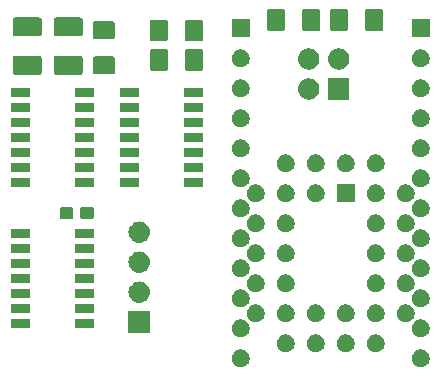
<source format=gts>
G04 #@! TF.GenerationSoftware,KiCad,Pcbnew,(5.1.0)-1*
G04 #@! TF.CreationDate,2021-03-07T22:37:12+01:00*
G04 #@! TF.ProjectId,Atari OSS Cartridge internal,41746172-6920-44f5-9353-204361727472,rev?*
G04 #@! TF.SameCoordinates,Original*
G04 #@! TF.FileFunction,Soldermask,Top*
G04 #@! TF.FilePolarity,Negative*
%FSLAX46Y46*%
G04 Gerber Fmt 4.6, Leading zero omitted, Abs format (unit mm)*
G04 Created by KiCad (PCBNEW (5.1.0)-1) date 2021-03-07 22:37:12*
%MOMM*%
%LPD*%
G04 APERTURE LIST*
%ADD10C,0.100000*%
G04 APERTURE END LIST*
D10*
G36*
X145078525Y-114024290D02*
G01*
X145217238Y-114081747D01*
X145342072Y-114165158D01*
X145448242Y-114271328D01*
X145531653Y-114396162D01*
X145589110Y-114534875D01*
X145618400Y-114682129D01*
X145618400Y-114832271D01*
X145589110Y-114979525D01*
X145531653Y-115118238D01*
X145448242Y-115243072D01*
X145342072Y-115349242D01*
X145217238Y-115432653D01*
X145078525Y-115490110D01*
X144931271Y-115519400D01*
X144781129Y-115519400D01*
X144633875Y-115490110D01*
X144495162Y-115432653D01*
X144370328Y-115349242D01*
X144264158Y-115243072D01*
X144180747Y-115118238D01*
X144123290Y-114979525D01*
X144094000Y-114832271D01*
X144094000Y-114682129D01*
X144123290Y-114534875D01*
X144180747Y-114396162D01*
X144264158Y-114271328D01*
X144370328Y-114165158D01*
X144495162Y-114081747D01*
X144633875Y-114024290D01*
X144781129Y-113995000D01*
X144931271Y-113995000D01*
X145078525Y-114024290D01*
X145078525Y-114024290D01*
G37*
G36*
X129838525Y-114024290D02*
G01*
X129977238Y-114081747D01*
X130102072Y-114165158D01*
X130208242Y-114271328D01*
X130291653Y-114396162D01*
X130349110Y-114534875D01*
X130378400Y-114682129D01*
X130378400Y-114832271D01*
X130349110Y-114979525D01*
X130291653Y-115118238D01*
X130208242Y-115243072D01*
X130102072Y-115349242D01*
X129977238Y-115432653D01*
X129838525Y-115490110D01*
X129691271Y-115519400D01*
X129541129Y-115519400D01*
X129393875Y-115490110D01*
X129255162Y-115432653D01*
X129130328Y-115349242D01*
X129024158Y-115243072D01*
X128940747Y-115118238D01*
X128883290Y-114979525D01*
X128854000Y-114832271D01*
X128854000Y-114682129D01*
X128883290Y-114534875D01*
X128940747Y-114396162D01*
X129024158Y-114271328D01*
X129130328Y-114165158D01*
X129255162Y-114081747D01*
X129393875Y-114024290D01*
X129541129Y-113995000D01*
X129691271Y-113995000D01*
X129838525Y-114024290D01*
X129838525Y-114024290D01*
G37*
G36*
X136188525Y-112754290D02*
G01*
X136327238Y-112811747D01*
X136452072Y-112895158D01*
X136558242Y-113001328D01*
X136641653Y-113126162D01*
X136699110Y-113264875D01*
X136728400Y-113412129D01*
X136728400Y-113562271D01*
X136699110Y-113709525D01*
X136641653Y-113848238D01*
X136558242Y-113973072D01*
X136452072Y-114079242D01*
X136327238Y-114162653D01*
X136188525Y-114220110D01*
X136041271Y-114249400D01*
X135891129Y-114249400D01*
X135743875Y-114220110D01*
X135605162Y-114162653D01*
X135480328Y-114079242D01*
X135374158Y-113973072D01*
X135290747Y-113848238D01*
X135233290Y-113709525D01*
X135204000Y-113562271D01*
X135204000Y-113412129D01*
X135233290Y-113264875D01*
X135290747Y-113126162D01*
X135374158Y-113001328D01*
X135480328Y-112895158D01*
X135605162Y-112811747D01*
X135743875Y-112754290D01*
X135891129Y-112725000D01*
X136041271Y-112725000D01*
X136188525Y-112754290D01*
X136188525Y-112754290D01*
G37*
G36*
X133648525Y-112754290D02*
G01*
X133787238Y-112811747D01*
X133912072Y-112895158D01*
X134018242Y-113001328D01*
X134101653Y-113126162D01*
X134159110Y-113264875D01*
X134188400Y-113412129D01*
X134188400Y-113562271D01*
X134159110Y-113709525D01*
X134101653Y-113848238D01*
X134018242Y-113973072D01*
X133912072Y-114079242D01*
X133787238Y-114162653D01*
X133648525Y-114220110D01*
X133501271Y-114249400D01*
X133351129Y-114249400D01*
X133203875Y-114220110D01*
X133065162Y-114162653D01*
X132940328Y-114079242D01*
X132834158Y-113973072D01*
X132750747Y-113848238D01*
X132693290Y-113709525D01*
X132664000Y-113562271D01*
X132664000Y-113412129D01*
X132693290Y-113264875D01*
X132750747Y-113126162D01*
X132834158Y-113001328D01*
X132940328Y-112895158D01*
X133065162Y-112811747D01*
X133203875Y-112754290D01*
X133351129Y-112725000D01*
X133501271Y-112725000D01*
X133648525Y-112754290D01*
X133648525Y-112754290D01*
G37*
G36*
X141268525Y-112754290D02*
G01*
X141407238Y-112811747D01*
X141532072Y-112895158D01*
X141638242Y-113001328D01*
X141721653Y-113126162D01*
X141779110Y-113264875D01*
X141808400Y-113412129D01*
X141808400Y-113562271D01*
X141779110Y-113709525D01*
X141721653Y-113848238D01*
X141638242Y-113973072D01*
X141532072Y-114079242D01*
X141407238Y-114162653D01*
X141268525Y-114220110D01*
X141121271Y-114249400D01*
X140971129Y-114249400D01*
X140823875Y-114220110D01*
X140685162Y-114162653D01*
X140560328Y-114079242D01*
X140454158Y-113973072D01*
X140370747Y-113848238D01*
X140313290Y-113709525D01*
X140284000Y-113562271D01*
X140284000Y-113412129D01*
X140313290Y-113264875D01*
X140370747Y-113126162D01*
X140454158Y-113001328D01*
X140560328Y-112895158D01*
X140685162Y-112811747D01*
X140823875Y-112754290D01*
X140971129Y-112725000D01*
X141121271Y-112725000D01*
X141268525Y-112754290D01*
X141268525Y-112754290D01*
G37*
G36*
X138728525Y-112754290D02*
G01*
X138867238Y-112811747D01*
X138992072Y-112895158D01*
X139098242Y-113001328D01*
X139181653Y-113126162D01*
X139239110Y-113264875D01*
X139268400Y-113412129D01*
X139268400Y-113562271D01*
X139239110Y-113709525D01*
X139181653Y-113848238D01*
X139098242Y-113973072D01*
X138992072Y-114079242D01*
X138867238Y-114162653D01*
X138728525Y-114220110D01*
X138581271Y-114249400D01*
X138431129Y-114249400D01*
X138283875Y-114220110D01*
X138145162Y-114162653D01*
X138020328Y-114079242D01*
X137914158Y-113973072D01*
X137830747Y-113848238D01*
X137773290Y-113709525D01*
X137744000Y-113562271D01*
X137744000Y-113412129D01*
X137773290Y-113264875D01*
X137830747Y-113126162D01*
X137914158Y-113001328D01*
X138020328Y-112895158D01*
X138145162Y-112811747D01*
X138283875Y-112754290D01*
X138431129Y-112725000D01*
X138581271Y-112725000D01*
X138728525Y-112754290D01*
X138728525Y-112754290D01*
G37*
G36*
X129838525Y-111484290D02*
G01*
X129977238Y-111541747D01*
X130102072Y-111625158D01*
X130208242Y-111731328D01*
X130291653Y-111856162D01*
X130349110Y-111994875D01*
X130378400Y-112142129D01*
X130378400Y-112292271D01*
X130349110Y-112439525D01*
X130291653Y-112578238D01*
X130208242Y-112703072D01*
X130102072Y-112809242D01*
X129977238Y-112892653D01*
X129838525Y-112950110D01*
X129691271Y-112979400D01*
X129541129Y-112979400D01*
X129393875Y-112950110D01*
X129255162Y-112892653D01*
X129130328Y-112809242D01*
X129024158Y-112703072D01*
X128940747Y-112578238D01*
X128883290Y-112439525D01*
X128854000Y-112292271D01*
X128854000Y-112142129D01*
X128883290Y-111994875D01*
X128940747Y-111856162D01*
X129024158Y-111731328D01*
X129130328Y-111625158D01*
X129255162Y-111541747D01*
X129393875Y-111484290D01*
X129541129Y-111455000D01*
X129691271Y-111455000D01*
X129838525Y-111484290D01*
X129838525Y-111484290D01*
G37*
G36*
X145078525Y-111484290D02*
G01*
X145217238Y-111541747D01*
X145342072Y-111625158D01*
X145448242Y-111731328D01*
X145531653Y-111856162D01*
X145589110Y-111994875D01*
X145618400Y-112142129D01*
X145618400Y-112292271D01*
X145589110Y-112439525D01*
X145531653Y-112578238D01*
X145448242Y-112703072D01*
X145342072Y-112809242D01*
X145217238Y-112892653D01*
X145078525Y-112950110D01*
X144931271Y-112979400D01*
X144781129Y-112979400D01*
X144633875Y-112950110D01*
X144495162Y-112892653D01*
X144370328Y-112809242D01*
X144264158Y-112703072D01*
X144180747Y-112578238D01*
X144123290Y-112439525D01*
X144094000Y-112292271D01*
X144094000Y-112142129D01*
X144123290Y-111994875D01*
X144180747Y-111856162D01*
X144264158Y-111731328D01*
X144370328Y-111625158D01*
X144495162Y-111541747D01*
X144633875Y-111484290D01*
X144781129Y-111455000D01*
X144931271Y-111455000D01*
X145078525Y-111484290D01*
X145078525Y-111484290D01*
G37*
G36*
X121932000Y-112584800D02*
G01*
X120130000Y-112584800D01*
X120130000Y-110782800D01*
X121932000Y-110782800D01*
X121932000Y-112584800D01*
X121932000Y-112584800D01*
G37*
G36*
X111791400Y-112161800D02*
G01*
X110189400Y-112161800D01*
X110189400Y-111459800D01*
X111791400Y-111459800D01*
X111791400Y-112161800D01*
X111791400Y-112161800D01*
G37*
G36*
X117191400Y-112161800D02*
G01*
X115589400Y-112161800D01*
X115589400Y-111459800D01*
X117191400Y-111459800D01*
X117191400Y-112161800D01*
X117191400Y-112161800D01*
G37*
G36*
X138728525Y-110214290D02*
G01*
X138867238Y-110271747D01*
X138992072Y-110355158D01*
X139098242Y-110461328D01*
X139181653Y-110586162D01*
X139239110Y-110724875D01*
X139268400Y-110872129D01*
X139268400Y-111022271D01*
X139239110Y-111169525D01*
X139181653Y-111308238D01*
X139098242Y-111433072D01*
X138992072Y-111539242D01*
X138867238Y-111622653D01*
X138728525Y-111680110D01*
X138581271Y-111709400D01*
X138431129Y-111709400D01*
X138283875Y-111680110D01*
X138145162Y-111622653D01*
X138020328Y-111539242D01*
X137914158Y-111433072D01*
X137830747Y-111308238D01*
X137773290Y-111169525D01*
X137744000Y-111022271D01*
X137744000Y-110872129D01*
X137773290Y-110724875D01*
X137830747Y-110586162D01*
X137914158Y-110461328D01*
X138020328Y-110355158D01*
X138145162Y-110271747D01*
X138283875Y-110214290D01*
X138431129Y-110185000D01*
X138581271Y-110185000D01*
X138728525Y-110214290D01*
X138728525Y-110214290D01*
G37*
G36*
X143808525Y-110214290D02*
G01*
X143947238Y-110271747D01*
X144072072Y-110355158D01*
X144178242Y-110461328D01*
X144261653Y-110586162D01*
X144319110Y-110724875D01*
X144348400Y-110872129D01*
X144348400Y-111022271D01*
X144319110Y-111169525D01*
X144261653Y-111308238D01*
X144178242Y-111433072D01*
X144072072Y-111539242D01*
X143947238Y-111622653D01*
X143808525Y-111680110D01*
X143661271Y-111709400D01*
X143511129Y-111709400D01*
X143363875Y-111680110D01*
X143225162Y-111622653D01*
X143100328Y-111539242D01*
X142994158Y-111433072D01*
X142910747Y-111308238D01*
X142853290Y-111169525D01*
X142824000Y-111022271D01*
X142824000Y-110872129D01*
X142853290Y-110724875D01*
X142910747Y-110586162D01*
X142994158Y-110461328D01*
X143100328Y-110355158D01*
X143225162Y-110271747D01*
X143363875Y-110214290D01*
X143511129Y-110185000D01*
X143661271Y-110185000D01*
X143808525Y-110214290D01*
X143808525Y-110214290D01*
G37*
G36*
X136188525Y-110214290D02*
G01*
X136327238Y-110271747D01*
X136452072Y-110355158D01*
X136558242Y-110461328D01*
X136641653Y-110586162D01*
X136699110Y-110724875D01*
X136728400Y-110872129D01*
X136728400Y-111022271D01*
X136699110Y-111169525D01*
X136641653Y-111308238D01*
X136558242Y-111433072D01*
X136452072Y-111539242D01*
X136327238Y-111622653D01*
X136188525Y-111680110D01*
X136041271Y-111709400D01*
X135891129Y-111709400D01*
X135743875Y-111680110D01*
X135605162Y-111622653D01*
X135480328Y-111539242D01*
X135374158Y-111433072D01*
X135290747Y-111308238D01*
X135233290Y-111169525D01*
X135204000Y-111022271D01*
X135204000Y-110872129D01*
X135233290Y-110724875D01*
X135290747Y-110586162D01*
X135374158Y-110461328D01*
X135480328Y-110355158D01*
X135605162Y-110271747D01*
X135743875Y-110214290D01*
X135891129Y-110185000D01*
X136041271Y-110185000D01*
X136188525Y-110214290D01*
X136188525Y-110214290D01*
G37*
G36*
X141268525Y-110214290D02*
G01*
X141407238Y-110271747D01*
X141532072Y-110355158D01*
X141638242Y-110461328D01*
X141721653Y-110586162D01*
X141779110Y-110724875D01*
X141808400Y-110872129D01*
X141808400Y-111022271D01*
X141779110Y-111169525D01*
X141721653Y-111308238D01*
X141638242Y-111433072D01*
X141532072Y-111539242D01*
X141407238Y-111622653D01*
X141268525Y-111680110D01*
X141121271Y-111709400D01*
X140971129Y-111709400D01*
X140823875Y-111680110D01*
X140685162Y-111622653D01*
X140560328Y-111539242D01*
X140454158Y-111433072D01*
X140370747Y-111308238D01*
X140313290Y-111169525D01*
X140284000Y-111022271D01*
X140284000Y-110872129D01*
X140313290Y-110724875D01*
X140370747Y-110586162D01*
X140454158Y-110461328D01*
X140560328Y-110355158D01*
X140685162Y-110271747D01*
X140823875Y-110214290D01*
X140971129Y-110185000D01*
X141121271Y-110185000D01*
X141268525Y-110214290D01*
X141268525Y-110214290D01*
G37*
G36*
X133648525Y-110214290D02*
G01*
X133787238Y-110271747D01*
X133912072Y-110355158D01*
X134018242Y-110461328D01*
X134101653Y-110586162D01*
X134159110Y-110724875D01*
X134188400Y-110872129D01*
X134188400Y-111022271D01*
X134159110Y-111169525D01*
X134101653Y-111308238D01*
X134018242Y-111433072D01*
X133912072Y-111539242D01*
X133787238Y-111622653D01*
X133648525Y-111680110D01*
X133501271Y-111709400D01*
X133351129Y-111709400D01*
X133203875Y-111680110D01*
X133065162Y-111622653D01*
X132940328Y-111539242D01*
X132834158Y-111433072D01*
X132750747Y-111308238D01*
X132693290Y-111169525D01*
X132664000Y-111022271D01*
X132664000Y-110872129D01*
X132693290Y-110724875D01*
X132750747Y-110586162D01*
X132834158Y-110461328D01*
X132940328Y-110355158D01*
X133065162Y-110271747D01*
X133203875Y-110214290D01*
X133351129Y-110185000D01*
X133501271Y-110185000D01*
X133648525Y-110214290D01*
X133648525Y-110214290D01*
G37*
G36*
X131108525Y-110214290D02*
G01*
X131247238Y-110271747D01*
X131372072Y-110355158D01*
X131478242Y-110461328D01*
X131561653Y-110586162D01*
X131619110Y-110724875D01*
X131648400Y-110872129D01*
X131648400Y-111022271D01*
X131619110Y-111169525D01*
X131561653Y-111308238D01*
X131478242Y-111433072D01*
X131372072Y-111539242D01*
X131247238Y-111622653D01*
X131108525Y-111680110D01*
X130961271Y-111709400D01*
X130811129Y-111709400D01*
X130663875Y-111680110D01*
X130525162Y-111622653D01*
X130400328Y-111539242D01*
X130294158Y-111433072D01*
X130210747Y-111308238D01*
X130153290Y-111169525D01*
X130124000Y-111022271D01*
X130124000Y-110872129D01*
X130153290Y-110724875D01*
X130210747Y-110586162D01*
X130294158Y-110461328D01*
X130400328Y-110355158D01*
X130525162Y-110271747D01*
X130663875Y-110214290D01*
X130811129Y-110185000D01*
X130961271Y-110185000D01*
X131108525Y-110214290D01*
X131108525Y-110214290D01*
G37*
G36*
X111791400Y-110891800D02*
G01*
X110189400Y-110891800D01*
X110189400Y-110189800D01*
X111791400Y-110189800D01*
X111791400Y-110891800D01*
X111791400Y-110891800D01*
G37*
G36*
X117191400Y-110891800D02*
G01*
X115589400Y-110891800D01*
X115589400Y-110189800D01*
X117191400Y-110189800D01*
X117191400Y-110891800D01*
X117191400Y-110891800D01*
G37*
G36*
X145078525Y-108944290D02*
G01*
X145217238Y-109001747D01*
X145342072Y-109085158D01*
X145448242Y-109191328D01*
X145531653Y-109316162D01*
X145589110Y-109454875D01*
X145618400Y-109602129D01*
X145618400Y-109752271D01*
X145589110Y-109899525D01*
X145531653Y-110038238D01*
X145448242Y-110163072D01*
X145342072Y-110269242D01*
X145217238Y-110352653D01*
X145078525Y-110410110D01*
X144931271Y-110439400D01*
X144781129Y-110439400D01*
X144633875Y-110410110D01*
X144495162Y-110352653D01*
X144370328Y-110269242D01*
X144264158Y-110163072D01*
X144180747Y-110038238D01*
X144123290Y-109899525D01*
X144094000Y-109752271D01*
X144094000Y-109602129D01*
X144123290Y-109454875D01*
X144180747Y-109316162D01*
X144264158Y-109191328D01*
X144370328Y-109085158D01*
X144495162Y-109001747D01*
X144633875Y-108944290D01*
X144781129Y-108915000D01*
X144931271Y-108915000D01*
X145078525Y-108944290D01*
X145078525Y-108944290D01*
G37*
G36*
X129838525Y-108944290D02*
G01*
X129977238Y-109001747D01*
X130102072Y-109085158D01*
X130208242Y-109191328D01*
X130291653Y-109316162D01*
X130349110Y-109454875D01*
X130378400Y-109602129D01*
X130378400Y-109752271D01*
X130349110Y-109899525D01*
X130291653Y-110038238D01*
X130208242Y-110163072D01*
X130102072Y-110269242D01*
X129977238Y-110352653D01*
X129838525Y-110410110D01*
X129691271Y-110439400D01*
X129541129Y-110439400D01*
X129393875Y-110410110D01*
X129255162Y-110352653D01*
X129130328Y-110269242D01*
X129024158Y-110163072D01*
X128940747Y-110038238D01*
X128883290Y-109899525D01*
X128854000Y-109752271D01*
X128854000Y-109602129D01*
X128883290Y-109454875D01*
X128940747Y-109316162D01*
X129024158Y-109191328D01*
X129130328Y-109085158D01*
X129255162Y-109001747D01*
X129393875Y-108944290D01*
X129541129Y-108915000D01*
X129691271Y-108915000D01*
X129838525Y-108944290D01*
X129838525Y-108944290D01*
G37*
G36*
X121141443Y-108249319D02*
G01*
X121207627Y-108255837D01*
X121377466Y-108307357D01*
X121533991Y-108391022D01*
X121569729Y-108420352D01*
X121671186Y-108503614D01*
X121754448Y-108605071D01*
X121783778Y-108640809D01*
X121867443Y-108797334D01*
X121918963Y-108967173D01*
X121936359Y-109143800D01*
X121918963Y-109320427D01*
X121867443Y-109490266D01*
X121783778Y-109646791D01*
X121754448Y-109682529D01*
X121671186Y-109783986D01*
X121569729Y-109867248D01*
X121533991Y-109896578D01*
X121377466Y-109980243D01*
X121207627Y-110031763D01*
X121141894Y-110038237D01*
X121075260Y-110044800D01*
X120986740Y-110044800D01*
X120920106Y-110038237D01*
X120854373Y-110031763D01*
X120684534Y-109980243D01*
X120528009Y-109896578D01*
X120492271Y-109867248D01*
X120390814Y-109783986D01*
X120307552Y-109682529D01*
X120278222Y-109646791D01*
X120194557Y-109490266D01*
X120143037Y-109320427D01*
X120125641Y-109143800D01*
X120143037Y-108967173D01*
X120194557Y-108797334D01*
X120278222Y-108640809D01*
X120307552Y-108605071D01*
X120390814Y-108503614D01*
X120492271Y-108420352D01*
X120528009Y-108391022D01*
X120684534Y-108307357D01*
X120854373Y-108255837D01*
X120920557Y-108249319D01*
X120986740Y-108242800D01*
X121075260Y-108242800D01*
X121141443Y-108249319D01*
X121141443Y-108249319D01*
G37*
G36*
X117191400Y-109621800D02*
G01*
X115589400Y-109621800D01*
X115589400Y-108919800D01*
X117191400Y-108919800D01*
X117191400Y-109621800D01*
X117191400Y-109621800D01*
G37*
G36*
X111791400Y-109621800D02*
G01*
X110189400Y-109621800D01*
X110189400Y-108919800D01*
X111791400Y-108919800D01*
X111791400Y-109621800D01*
X111791400Y-109621800D01*
G37*
G36*
X143808525Y-107674290D02*
G01*
X143947238Y-107731747D01*
X144072072Y-107815158D01*
X144178242Y-107921328D01*
X144261653Y-108046162D01*
X144319110Y-108184875D01*
X144348400Y-108332129D01*
X144348400Y-108482271D01*
X144319110Y-108629525D01*
X144261653Y-108768238D01*
X144178242Y-108893072D01*
X144072072Y-108999242D01*
X143947238Y-109082653D01*
X143808525Y-109140110D01*
X143661271Y-109169400D01*
X143511129Y-109169400D01*
X143363875Y-109140110D01*
X143225162Y-109082653D01*
X143100328Y-108999242D01*
X142994158Y-108893072D01*
X142910747Y-108768238D01*
X142853290Y-108629525D01*
X142824000Y-108482271D01*
X142824000Y-108332129D01*
X142853290Y-108184875D01*
X142910747Y-108046162D01*
X142994158Y-107921328D01*
X143100328Y-107815158D01*
X143225162Y-107731747D01*
X143363875Y-107674290D01*
X143511129Y-107645000D01*
X143661271Y-107645000D01*
X143808525Y-107674290D01*
X143808525Y-107674290D01*
G37*
G36*
X131108525Y-107674290D02*
G01*
X131247238Y-107731747D01*
X131372072Y-107815158D01*
X131478242Y-107921328D01*
X131561653Y-108046162D01*
X131619110Y-108184875D01*
X131648400Y-108332129D01*
X131648400Y-108482271D01*
X131619110Y-108629525D01*
X131561653Y-108768238D01*
X131478242Y-108893072D01*
X131372072Y-108999242D01*
X131247238Y-109082653D01*
X131108525Y-109140110D01*
X130961271Y-109169400D01*
X130811129Y-109169400D01*
X130663875Y-109140110D01*
X130525162Y-109082653D01*
X130400328Y-108999242D01*
X130294158Y-108893072D01*
X130210747Y-108768238D01*
X130153290Y-108629525D01*
X130124000Y-108482271D01*
X130124000Y-108332129D01*
X130153290Y-108184875D01*
X130210747Y-108046162D01*
X130294158Y-107921328D01*
X130400328Y-107815158D01*
X130525162Y-107731747D01*
X130663875Y-107674290D01*
X130811129Y-107645000D01*
X130961271Y-107645000D01*
X131108525Y-107674290D01*
X131108525Y-107674290D01*
G37*
G36*
X133648525Y-107674290D02*
G01*
X133787238Y-107731747D01*
X133912072Y-107815158D01*
X134018242Y-107921328D01*
X134101653Y-108046162D01*
X134159110Y-108184875D01*
X134188400Y-108332129D01*
X134188400Y-108482271D01*
X134159110Y-108629525D01*
X134101653Y-108768238D01*
X134018242Y-108893072D01*
X133912072Y-108999242D01*
X133787238Y-109082653D01*
X133648525Y-109140110D01*
X133501271Y-109169400D01*
X133351129Y-109169400D01*
X133203875Y-109140110D01*
X133065162Y-109082653D01*
X132940328Y-108999242D01*
X132834158Y-108893072D01*
X132750747Y-108768238D01*
X132693290Y-108629525D01*
X132664000Y-108482271D01*
X132664000Y-108332129D01*
X132693290Y-108184875D01*
X132750747Y-108046162D01*
X132834158Y-107921328D01*
X132940328Y-107815158D01*
X133065162Y-107731747D01*
X133203875Y-107674290D01*
X133351129Y-107645000D01*
X133501271Y-107645000D01*
X133648525Y-107674290D01*
X133648525Y-107674290D01*
G37*
G36*
X141268525Y-107674290D02*
G01*
X141407238Y-107731747D01*
X141532072Y-107815158D01*
X141638242Y-107921328D01*
X141721653Y-108046162D01*
X141779110Y-108184875D01*
X141808400Y-108332129D01*
X141808400Y-108482271D01*
X141779110Y-108629525D01*
X141721653Y-108768238D01*
X141638242Y-108893072D01*
X141532072Y-108999242D01*
X141407238Y-109082653D01*
X141268525Y-109140110D01*
X141121271Y-109169400D01*
X140971129Y-109169400D01*
X140823875Y-109140110D01*
X140685162Y-109082653D01*
X140560328Y-108999242D01*
X140454158Y-108893072D01*
X140370747Y-108768238D01*
X140313290Y-108629525D01*
X140284000Y-108482271D01*
X140284000Y-108332129D01*
X140313290Y-108184875D01*
X140370747Y-108046162D01*
X140454158Y-107921328D01*
X140560328Y-107815158D01*
X140685162Y-107731747D01*
X140823875Y-107674290D01*
X140971129Y-107645000D01*
X141121271Y-107645000D01*
X141268525Y-107674290D01*
X141268525Y-107674290D01*
G37*
G36*
X117191400Y-108351800D02*
G01*
X115589400Y-108351800D01*
X115589400Y-107649800D01*
X117191400Y-107649800D01*
X117191400Y-108351800D01*
X117191400Y-108351800D01*
G37*
G36*
X111791400Y-108351800D02*
G01*
X110189400Y-108351800D01*
X110189400Y-107649800D01*
X111791400Y-107649800D01*
X111791400Y-108351800D01*
X111791400Y-108351800D01*
G37*
G36*
X145078525Y-106404290D02*
G01*
X145217238Y-106461747D01*
X145342072Y-106545158D01*
X145448242Y-106651328D01*
X145531653Y-106776162D01*
X145589110Y-106914875D01*
X145618400Y-107062129D01*
X145618400Y-107212271D01*
X145589110Y-107359525D01*
X145531653Y-107498238D01*
X145448242Y-107623072D01*
X145342072Y-107729242D01*
X145217238Y-107812653D01*
X145078525Y-107870110D01*
X144931271Y-107899400D01*
X144781129Y-107899400D01*
X144633875Y-107870110D01*
X144495162Y-107812653D01*
X144370328Y-107729242D01*
X144264158Y-107623072D01*
X144180747Y-107498238D01*
X144123290Y-107359525D01*
X144094000Y-107212271D01*
X144094000Y-107062129D01*
X144123290Y-106914875D01*
X144180747Y-106776162D01*
X144264158Y-106651328D01*
X144370328Y-106545158D01*
X144495162Y-106461747D01*
X144633875Y-106404290D01*
X144781129Y-106375000D01*
X144931271Y-106375000D01*
X145078525Y-106404290D01*
X145078525Y-106404290D01*
G37*
G36*
X129838525Y-106404290D02*
G01*
X129977238Y-106461747D01*
X130102072Y-106545158D01*
X130208242Y-106651328D01*
X130291653Y-106776162D01*
X130349110Y-106914875D01*
X130378400Y-107062129D01*
X130378400Y-107212271D01*
X130349110Y-107359525D01*
X130291653Y-107498238D01*
X130208242Y-107623072D01*
X130102072Y-107729242D01*
X129977238Y-107812653D01*
X129838525Y-107870110D01*
X129691271Y-107899400D01*
X129541129Y-107899400D01*
X129393875Y-107870110D01*
X129255162Y-107812653D01*
X129130328Y-107729242D01*
X129024158Y-107623072D01*
X128940747Y-107498238D01*
X128883290Y-107359525D01*
X128854000Y-107212271D01*
X128854000Y-107062129D01*
X128883290Y-106914875D01*
X128940747Y-106776162D01*
X129024158Y-106651328D01*
X129130328Y-106545158D01*
X129255162Y-106461747D01*
X129393875Y-106404290D01*
X129541129Y-106375000D01*
X129691271Y-106375000D01*
X129838525Y-106404290D01*
X129838525Y-106404290D01*
G37*
G36*
X121141442Y-105709318D02*
G01*
X121207627Y-105715837D01*
X121377466Y-105767357D01*
X121533991Y-105851022D01*
X121569729Y-105880352D01*
X121671186Y-105963614D01*
X121754448Y-106065071D01*
X121783778Y-106100809D01*
X121867443Y-106257334D01*
X121918963Y-106427173D01*
X121936359Y-106603800D01*
X121918963Y-106780427D01*
X121867443Y-106950266D01*
X121783778Y-107106791D01*
X121754448Y-107142529D01*
X121671186Y-107243986D01*
X121569729Y-107327248D01*
X121533991Y-107356578D01*
X121377466Y-107440243D01*
X121207627Y-107491763D01*
X121141894Y-107498237D01*
X121075260Y-107504800D01*
X120986740Y-107504800D01*
X120920106Y-107498237D01*
X120854373Y-107491763D01*
X120684534Y-107440243D01*
X120528009Y-107356578D01*
X120492271Y-107327248D01*
X120390814Y-107243986D01*
X120307552Y-107142529D01*
X120278222Y-107106791D01*
X120194557Y-106950266D01*
X120143037Y-106780427D01*
X120125641Y-106603800D01*
X120143037Y-106427173D01*
X120194557Y-106257334D01*
X120278222Y-106100809D01*
X120307552Y-106065071D01*
X120390814Y-105963614D01*
X120492271Y-105880352D01*
X120528009Y-105851022D01*
X120684534Y-105767357D01*
X120854373Y-105715837D01*
X120920558Y-105709318D01*
X120986740Y-105702800D01*
X121075260Y-105702800D01*
X121141442Y-105709318D01*
X121141442Y-105709318D01*
G37*
G36*
X117191400Y-107081800D02*
G01*
X115589400Y-107081800D01*
X115589400Y-106379800D01*
X117191400Y-106379800D01*
X117191400Y-107081800D01*
X117191400Y-107081800D01*
G37*
G36*
X111791400Y-107081800D02*
G01*
X110189400Y-107081800D01*
X110189400Y-106379800D01*
X111791400Y-106379800D01*
X111791400Y-107081800D01*
X111791400Y-107081800D01*
G37*
G36*
X143808525Y-105134290D02*
G01*
X143947238Y-105191747D01*
X144072072Y-105275158D01*
X144178242Y-105381328D01*
X144261653Y-105506162D01*
X144319110Y-105644875D01*
X144348400Y-105792129D01*
X144348400Y-105942271D01*
X144319110Y-106089525D01*
X144261653Y-106228238D01*
X144178242Y-106353072D01*
X144072072Y-106459242D01*
X143947238Y-106542653D01*
X143808525Y-106600110D01*
X143661271Y-106629400D01*
X143511129Y-106629400D01*
X143363875Y-106600110D01*
X143225162Y-106542653D01*
X143100328Y-106459242D01*
X142994158Y-106353072D01*
X142910747Y-106228238D01*
X142853290Y-106089525D01*
X142824000Y-105942271D01*
X142824000Y-105792129D01*
X142853290Y-105644875D01*
X142910747Y-105506162D01*
X142994158Y-105381328D01*
X143100328Y-105275158D01*
X143225162Y-105191747D01*
X143363875Y-105134290D01*
X143511129Y-105105000D01*
X143661271Y-105105000D01*
X143808525Y-105134290D01*
X143808525Y-105134290D01*
G37*
G36*
X141268525Y-105134290D02*
G01*
X141407238Y-105191747D01*
X141532072Y-105275158D01*
X141638242Y-105381328D01*
X141721653Y-105506162D01*
X141779110Y-105644875D01*
X141808400Y-105792129D01*
X141808400Y-105942271D01*
X141779110Y-106089525D01*
X141721653Y-106228238D01*
X141638242Y-106353072D01*
X141532072Y-106459242D01*
X141407238Y-106542653D01*
X141268525Y-106600110D01*
X141121271Y-106629400D01*
X140971129Y-106629400D01*
X140823875Y-106600110D01*
X140685162Y-106542653D01*
X140560328Y-106459242D01*
X140454158Y-106353072D01*
X140370747Y-106228238D01*
X140313290Y-106089525D01*
X140284000Y-105942271D01*
X140284000Y-105792129D01*
X140313290Y-105644875D01*
X140370747Y-105506162D01*
X140454158Y-105381328D01*
X140560328Y-105275158D01*
X140685162Y-105191747D01*
X140823875Y-105134290D01*
X140971129Y-105105000D01*
X141121271Y-105105000D01*
X141268525Y-105134290D01*
X141268525Y-105134290D01*
G37*
G36*
X133648525Y-105134290D02*
G01*
X133787238Y-105191747D01*
X133912072Y-105275158D01*
X134018242Y-105381328D01*
X134101653Y-105506162D01*
X134159110Y-105644875D01*
X134188400Y-105792129D01*
X134188400Y-105942271D01*
X134159110Y-106089525D01*
X134101653Y-106228238D01*
X134018242Y-106353072D01*
X133912072Y-106459242D01*
X133787238Y-106542653D01*
X133648525Y-106600110D01*
X133501271Y-106629400D01*
X133351129Y-106629400D01*
X133203875Y-106600110D01*
X133065162Y-106542653D01*
X132940328Y-106459242D01*
X132834158Y-106353072D01*
X132750747Y-106228238D01*
X132693290Y-106089525D01*
X132664000Y-105942271D01*
X132664000Y-105792129D01*
X132693290Y-105644875D01*
X132750747Y-105506162D01*
X132834158Y-105381328D01*
X132940328Y-105275158D01*
X133065162Y-105191747D01*
X133203875Y-105134290D01*
X133351129Y-105105000D01*
X133501271Y-105105000D01*
X133648525Y-105134290D01*
X133648525Y-105134290D01*
G37*
G36*
X131108525Y-105134290D02*
G01*
X131247238Y-105191747D01*
X131372072Y-105275158D01*
X131478242Y-105381328D01*
X131561653Y-105506162D01*
X131619110Y-105644875D01*
X131648400Y-105792129D01*
X131648400Y-105942271D01*
X131619110Y-106089525D01*
X131561653Y-106228238D01*
X131478242Y-106353072D01*
X131372072Y-106459242D01*
X131247238Y-106542653D01*
X131108525Y-106600110D01*
X130961271Y-106629400D01*
X130811129Y-106629400D01*
X130663875Y-106600110D01*
X130525162Y-106542653D01*
X130400328Y-106459242D01*
X130294158Y-106353072D01*
X130210747Y-106228238D01*
X130153290Y-106089525D01*
X130124000Y-105942271D01*
X130124000Y-105792129D01*
X130153290Y-105644875D01*
X130210747Y-105506162D01*
X130294158Y-105381328D01*
X130400328Y-105275158D01*
X130525162Y-105191747D01*
X130663875Y-105134290D01*
X130811129Y-105105000D01*
X130961271Y-105105000D01*
X131108525Y-105134290D01*
X131108525Y-105134290D01*
G37*
G36*
X111791400Y-105811800D02*
G01*
X110189400Y-105811800D01*
X110189400Y-105109800D01*
X111791400Y-105109800D01*
X111791400Y-105811800D01*
X111791400Y-105811800D01*
G37*
G36*
X117191400Y-105811800D02*
G01*
X115589400Y-105811800D01*
X115589400Y-105109800D01*
X117191400Y-105109800D01*
X117191400Y-105811800D01*
X117191400Y-105811800D01*
G37*
G36*
X129838525Y-103864290D02*
G01*
X129977238Y-103921747D01*
X130102072Y-104005158D01*
X130208242Y-104111328D01*
X130291653Y-104236162D01*
X130349110Y-104374875D01*
X130378400Y-104522129D01*
X130378400Y-104672271D01*
X130349110Y-104819525D01*
X130291653Y-104958238D01*
X130208242Y-105083072D01*
X130102072Y-105189242D01*
X129977238Y-105272653D01*
X129838525Y-105330110D01*
X129691271Y-105359400D01*
X129541129Y-105359400D01*
X129393875Y-105330110D01*
X129255162Y-105272653D01*
X129130328Y-105189242D01*
X129024158Y-105083072D01*
X128940747Y-104958238D01*
X128883290Y-104819525D01*
X128854000Y-104672271D01*
X128854000Y-104522129D01*
X128883290Y-104374875D01*
X128940747Y-104236162D01*
X129024158Y-104111328D01*
X129130328Y-104005158D01*
X129255162Y-103921747D01*
X129393875Y-103864290D01*
X129541129Y-103835000D01*
X129691271Y-103835000D01*
X129838525Y-103864290D01*
X129838525Y-103864290D01*
G37*
G36*
X145078525Y-103864290D02*
G01*
X145217238Y-103921747D01*
X145342072Y-104005158D01*
X145448242Y-104111328D01*
X145531653Y-104236162D01*
X145589110Y-104374875D01*
X145618400Y-104522129D01*
X145618400Y-104672271D01*
X145589110Y-104819525D01*
X145531653Y-104958238D01*
X145448242Y-105083072D01*
X145342072Y-105189242D01*
X145217238Y-105272653D01*
X145078525Y-105330110D01*
X144931271Y-105359400D01*
X144781129Y-105359400D01*
X144633875Y-105330110D01*
X144495162Y-105272653D01*
X144370328Y-105189242D01*
X144264158Y-105083072D01*
X144180747Y-104958238D01*
X144123290Y-104819525D01*
X144094000Y-104672271D01*
X144094000Y-104522129D01*
X144123290Y-104374875D01*
X144180747Y-104236162D01*
X144264158Y-104111328D01*
X144370328Y-104005158D01*
X144495162Y-103921747D01*
X144633875Y-103864290D01*
X144781129Y-103835000D01*
X144931271Y-103835000D01*
X145078525Y-103864290D01*
X145078525Y-103864290D01*
G37*
G36*
X121141442Y-103169318D02*
G01*
X121207627Y-103175837D01*
X121377466Y-103227357D01*
X121533991Y-103311022D01*
X121569729Y-103340352D01*
X121671186Y-103423614D01*
X121754448Y-103525071D01*
X121783778Y-103560809D01*
X121867443Y-103717334D01*
X121918963Y-103887173D01*
X121936359Y-104063800D01*
X121918963Y-104240427D01*
X121867443Y-104410266D01*
X121783778Y-104566791D01*
X121754448Y-104602529D01*
X121671186Y-104703986D01*
X121569729Y-104787248D01*
X121533991Y-104816578D01*
X121377466Y-104900243D01*
X121207627Y-104951763D01*
X121141894Y-104958237D01*
X121075260Y-104964800D01*
X120986740Y-104964800D01*
X120920106Y-104958237D01*
X120854373Y-104951763D01*
X120684534Y-104900243D01*
X120528009Y-104816578D01*
X120492271Y-104787248D01*
X120390814Y-104703986D01*
X120307552Y-104602529D01*
X120278222Y-104566791D01*
X120194557Y-104410266D01*
X120143037Y-104240427D01*
X120125641Y-104063800D01*
X120143037Y-103887173D01*
X120194557Y-103717334D01*
X120278222Y-103560809D01*
X120307552Y-103525071D01*
X120390814Y-103423614D01*
X120492271Y-103340352D01*
X120528009Y-103311022D01*
X120684534Y-103227357D01*
X120854373Y-103175837D01*
X120920557Y-103169319D01*
X120986740Y-103162800D01*
X121075260Y-103162800D01*
X121141442Y-103169318D01*
X121141442Y-103169318D01*
G37*
G36*
X117191400Y-104541800D02*
G01*
X115589400Y-104541800D01*
X115589400Y-103839800D01*
X117191400Y-103839800D01*
X117191400Y-104541800D01*
X117191400Y-104541800D01*
G37*
G36*
X111791400Y-104541800D02*
G01*
X110189400Y-104541800D01*
X110189400Y-103839800D01*
X111791400Y-103839800D01*
X111791400Y-104541800D01*
X111791400Y-104541800D01*
G37*
G36*
X133648525Y-102594290D02*
G01*
X133787238Y-102651747D01*
X133912072Y-102735158D01*
X134018242Y-102841328D01*
X134101653Y-102966162D01*
X134159110Y-103104875D01*
X134188400Y-103252129D01*
X134188400Y-103402271D01*
X134159110Y-103549525D01*
X134101653Y-103688238D01*
X134018242Y-103813072D01*
X133912072Y-103919242D01*
X133787238Y-104002653D01*
X133648525Y-104060110D01*
X133501271Y-104089400D01*
X133351129Y-104089400D01*
X133203875Y-104060110D01*
X133065162Y-104002653D01*
X132940328Y-103919242D01*
X132834158Y-103813072D01*
X132750747Y-103688238D01*
X132693290Y-103549525D01*
X132664000Y-103402271D01*
X132664000Y-103252129D01*
X132693290Y-103104875D01*
X132750747Y-102966162D01*
X132834158Y-102841328D01*
X132940328Y-102735158D01*
X133065162Y-102651747D01*
X133203875Y-102594290D01*
X133351129Y-102565000D01*
X133501271Y-102565000D01*
X133648525Y-102594290D01*
X133648525Y-102594290D01*
G37*
G36*
X143808525Y-102594290D02*
G01*
X143947238Y-102651747D01*
X144072072Y-102735158D01*
X144178242Y-102841328D01*
X144261653Y-102966162D01*
X144319110Y-103104875D01*
X144348400Y-103252129D01*
X144348400Y-103402271D01*
X144319110Y-103549525D01*
X144261653Y-103688238D01*
X144178242Y-103813072D01*
X144072072Y-103919242D01*
X143947238Y-104002653D01*
X143808525Y-104060110D01*
X143661271Y-104089400D01*
X143511129Y-104089400D01*
X143363875Y-104060110D01*
X143225162Y-104002653D01*
X143100328Y-103919242D01*
X142994158Y-103813072D01*
X142910747Y-103688238D01*
X142853290Y-103549525D01*
X142824000Y-103402271D01*
X142824000Y-103252129D01*
X142853290Y-103104875D01*
X142910747Y-102966162D01*
X142994158Y-102841328D01*
X143100328Y-102735158D01*
X143225162Y-102651747D01*
X143363875Y-102594290D01*
X143511129Y-102565000D01*
X143661271Y-102565000D01*
X143808525Y-102594290D01*
X143808525Y-102594290D01*
G37*
G36*
X141268525Y-102594290D02*
G01*
X141407238Y-102651747D01*
X141532072Y-102735158D01*
X141638242Y-102841328D01*
X141721653Y-102966162D01*
X141779110Y-103104875D01*
X141808400Y-103252129D01*
X141808400Y-103402271D01*
X141779110Y-103549525D01*
X141721653Y-103688238D01*
X141638242Y-103813072D01*
X141532072Y-103919242D01*
X141407238Y-104002653D01*
X141268525Y-104060110D01*
X141121271Y-104089400D01*
X140971129Y-104089400D01*
X140823875Y-104060110D01*
X140685162Y-104002653D01*
X140560328Y-103919242D01*
X140454158Y-103813072D01*
X140370747Y-103688238D01*
X140313290Y-103549525D01*
X140284000Y-103402271D01*
X140284000Y-103252129D01*
X140313290Y-103104875D01*
X140370747Y-102966162D01*
X140454158Y-102841328D01*
X140560328Y-102735158D01*
X140685162Y-102651747D01*
X140823875Y-102594290D01*
X140971129Y-102565000D01*
X141121271Y-102565000D01*
X141268525Y-102594290D01*
X141268525Y-102594290D01*
G37*
G36*
X131108525Y-102594290D02*
G01*
X131247238Y-102651747D01*
X131372072Y-102735158D01*
X131478242Y-102841328D01*
X131561653Y-102966162D01*
X131619110Y-103104875D01*
X131648400Y-103252129D01*
X131648400Y-103402271D01*
X131619110Y-103549525D01*
X131561653Y-103688238D01*
X131478242Y-103813072D01*
X131372072Y-103919242D01*
X131247238Y-104002653D01*
X131108525Y-104060110D01*
X130961271Y-104089400D01*
X130811129Y-104089400D01*
X130663875Y-104060110D01*
X130525162Y-104002653D01*
X130400328Y-103919242D01*
X130294158Y-103813072D01*
X130210747Y-103688238D01*
X130153290Y-103549525D01*
X130124000Y-103402271D01*
X130124000Y-103252129D01*
X130153290Y-103104875D01*
X130210747Y-102966162D01*
X130294158Y-102841328D01*
X130400328Y-102735158D01*
X130525162Y-102651747D01*
X130663875Y-102594290D01*
X130811129Y-102565000D01*
X130961271Y-102565000D01*
X131108525Y-102594290D01*
X131108525Y-102594290D01*
G37*
G36*
X115287299Y-101942045D02*
G01*
X115324795Y-101953420D01*
X115359354Y-101971892D01*
X115389647Y-101996753D01*
X115414508Y-102027046D01*
X115432980Y-102061605D01*
X115444355Y-102099101D01*
X115448800Y-102144238D01*
X115448800Y-102782962D01*
X115444355Y-102828099D01*
X115432980Y-102865595D01*
X115414508Y-102900154D01*
X115389647Y-102930447D01*
X115359354Y-102955308D01*
X115324795Y-102973780D01*
X115287299Y-102985155D01*
X115242162Y-102989600D01*
X114503438Y-102989600D01*
X114458301Y-102985155D01*
X114420805Y-102973780D01*
X114386246Y-102955308D01*
X114355953Y-102930447D01*
X114331092Y-102900154D01*
X114312620Y-102865595D01*
X114301245Y-102828099D01*
X114296800Y-102782962D01*
X114296800Y-102144238D01*
X114301245Y-102099101D01*
X114312620Y-102061605D01*
X114331092Y-102027046D01*
X114355953Y-101996753D01*
X114386246Y-101971892D01*
X114420805Y-101953420D01*
X114458301Y-101942045D01*
X114503438Y-101937600D01*
X115242162Y-101937600D01*
X115287299Y-101942045D01*
X115287299Y-101942045D01*
G37*
G36*
X117037299Y-101942045D02*
G01*
X117074795Y-101953420D01*
X117109354Y-101971892D01*
X117139647Y-101996753D01*
X117164508Y-102027046D01*
X117182980Y-102061605D01*
X117194355Y-102099101D01*
X117198800Y-102144238D01*
X117198800Y-102782962D01*
X117194355Y-102828099D01*
X117182980Y-102865595D01*
X117164508Y-102900154D01*
X117139647Y-102930447D01*
X117109354Y-102955308D01*
X117074795Y-102973780D01*
X117037299Y-102985155D01*
X116992162Y-102989600D01*
X116253438Y-102989600D01*
X116208301Y-102985155D01*
X116170805Y-102973780D01*
X116136246Y-102955308D01*
X116105953Y-102930447D01*
X116081092Y-102900154D01*
X116062620Y-102865595D01*
X116051245Y-102828099D01*
X116046800Y-102782962D01*
X116046800Y-102144238D01*
X116051245Y-102099101D01*
X116062620Y-102061605D01*
X116081092Y-102027046D01*
X116105953Y-101996753D01*
X116136246Y-101971892D01*
X116170805Y-101953420D01*
X116208301Y-101942045D01*
X116253438Y-101937600D01*
X116992162Y-101937600D01*
X117037299Y-101942045D01*
X117037299Y-101942045D01*
G37*
G36*
X129838525Y-101324290D02*
G01*
X129977238Y-101381747D01*
X130102072Y-101465158D01*
X130208242Y-101571328D01*
X130291653Y-101696162D01*
X130349110Y-101834875D01*
X130378400Y-101982129D01*
X130378400Y-102132271D01*
X130349110Y-102279525D01*
X130291653Y-102418238D01*
X130208242Y-102543072D01*
X130102072Y-102649242D01*
X129977238Y-102732653D01*
X129838525Y-102790110D01*
X129691271Y-102819400D01*
X129541129Y-102819400D01*
X129393875Y-102790110D01*
X129255162Y-102732653D01*
X129130328Y-102649242D01*
X129024158Y-102543072D01*
X128940747Y-102418238D01*
X128883290Y-102279525D01*
X128854000Y-102132271D01*
X128854000Y-101982129D01*
X128883290Y-101834875D01*
X128940747Y-101696162D01*
X129024158Y-101571328D01*
X129130328Y-101465158D01*
X129255162Y-101381747D01*
X129393875Y-101324290D01*
X129541129Y-101295000D01*
X129691271Y-101295000D01*
X129838525Y-101324290D01*
X129838525Y-101324290D01*
G37*
G36*
X145078525Y-101324290D02*
G01*
X145217238Y-101381747D01*
X145342072Y-101465158D01*
X145448242Y-101571328D01*
X145531653Y-101696162D01*
X145589110Y-101834875D01*
X145618400Y-101982129D01*
X145618400Y-102132271D01*
X145589110Y-102279525D01*
X145531653Y-102418238D01*
X145448242Y-102543072D01*
X145342072Y-102649242D01*
X145217238Y-102732653D01*
X145078525Y-102790110D01*
X144931271Y-102819400D01*
X144781129Y-102819400D01*
X144633875Y-102790110D01*
X144495162Y-102732653D01*
X144370328Y-102649242D01*
X144264158Y-102543072D01*
X144180747Y-102418238D01*
X144123290Y-102279525D01*
X144094000Y-102132271D01*
X144094000Y-101982129D01*
X144123290Y-101834875D01*
X144180747Y-101696162D01*
X144264158Y-101571328D01*
X144370328Y-101465158D01*
X144495162Y-101381747D01*
X144633875Y-101324290D01*
X144781129Y-101295000D01*
X144931271Y-101295000D01*
X145078525Y-101324290D01*
X145078525Y-101324290D01*
G37*
G36*
X133648525Y-100054290D02*
G01*
X133787238Y-100111747D01*
X133912072Y-100195158D01*
X134018242Y-100301328D01*
X134101653Y-100426162D01*
X134159110Y-100564875D01*
X134188400Y-100712129D01*
X134188400Y-100862271D01*
X134159110Y-101009525D01*
X134101653Y-101148238D01*
X134018242Y-101273072D01*
X133912072Y-101379242D01*
X133787238Y-101462653D01*
X133648525Y-101520110D01*
X133501271Y-101549400D01*
X133351129Y-101549400D01*
X133203875Y-101520110D01*
X133065162Y-101462653D01*
X132940328Y-101379242D01*
X132834158Y-101273072D01*
X132750747Y-101148238D01*
X132693290Y-101009525D01*
X132664000Y-100862271D01*
X132664000Y-100712129D01*
X132693290Y-100564875D01*
X132750747Y-100426162D01*
X132834158Y-100301328D01*
X132940328Y-100195158D01*
X133065162Y-100111747D01*
X133203875Y-100054290D01*
X133351129Y-100025000D01*
X133501271Y-100025000D01*
X133648525Y-100054290D01*
X133648525Y-100054290D01*
G37*
G36*
X139268400Y-101549400D02*
G01*
X137744000Y-101549400D01*
X137744000Y-100025000D01*
X139268400Y-100025000D01*
X139268400Y-101549400D01*
X139268400Y-101549400D01*
G37*
G36*
X136188525Y-100054290D02*
G01*
X136327238Y-100111747D01*
X136452072Y-100195158D01*
X136558242Y-100301328D01*
X136641653Y-100426162D01*
X136699110Y-100564875D01*
X136728400Y-100712129D01*
X136728400Y-100862271D01*
X136699110Y-101009525D01*
X136641653Y-101148238D01*
X136558242Y-101273072D01*
X136452072Y-101379242D01*
X136327238Y-101462653D01*
X136188525Y-101520110D01*
X136041271Y-101549400D01*
X135891129Y-101549400D01*
X135743875Y-101520110D01*
X135605162Y-101462653D01*
X135480328Y-101379242D01*
X135374158Y-101273072D01*
X135290747Y-101148238D01*
X135233290Y-101009525D01*
X135204000Y-100862271D01*
X135204000Y-100712129D01*
X135233290Y-100564875D01*
X135290747Y-100426162D01*
X135374158Y-100301328D01*
X135480328Y-100195158D01*
X135605162Y-100111747D01*
X135743875Y-100054290D01*
X135891129Y-100025000D01*
X136041271Y-100025000D01*
X136188525Y-100054290D01*
X136188525Y-100054290D01*
G37*
G36*
X131108525Y-100054290D02*
G01*
X131247238Y-100111747D01*
X131372072Y-100195158D01*
X131478242Y-100301328D01*
X131561653Y-100426162D01*
X131619110Y-100564875D01*
X131648400Y-100712129D01*
X131648400Y-100862271D01*
X131619110Y-101009525D01*
X131561653Y-101148238D01*
X131478242Y-101273072D01*
X131372072Y-101379242D01*
X131247238Y-101462653D01*
X131108525Y-101520110D01*
X130961271Y-101549400D01*
X130811129Y-101549400D01*
X130663875Y-101520110D01*
X130525162Y-101462653D01*
X130400328Y-101379242D01*
X130294158Y-101273072D01*
X130210747Y-101148238D01*
X130153290Y-101009525D01*
X130124000Y-100862271D01*
X130124000Y-100712129D01*
X130153290Y-100564875D01*
X130210747Y-100426162D01*
X130294158Y-100301328D01*
X130400328Y-100195158D01*
X130525162Y-100111747D01*
X130663875Y-100054290D01*
X130811129Y-100025000D01*
X130961271Y-100025000D01*
X131108525Y-100054290D01*
X131108525Y-100054290D01*
G37*
G36*
X143808525Y-100054290D02*
G01*
X143947238Y-100111747D01*
X144072072Y-100195158D01*
X144178242Y-100301328D01*
X144261653Y-100426162D01*
X144319110Y-100564875D01*
X144348400Y-100712129D01*
X144348400Y-100862271D01*
X144319110Y-101009525D01*
X144261653Y-101148238D01*
X144178242Y-101273072D01*
X144072072Y-101379242D01*
X143947238Y-101462653D01*
X143808525Y-101520110D01*
X143661271Y-101549400D01*
X143511129Y-101549400D01*
X143363875Y-101520110D01*
X143225162Y-101462653D01*
X143100328Y-101379242D01*
X142994158Y-101273072D01*
X142910747Y-101148238D01*
X142853290Y-101009525D01*
X142824000Y-100862271D01*
X142824000Y-100712129D01*
X142853290Y-100564875D01*
X142910747Y-100426162D01*
X142994158Y-100301328D01*
X143100328Y-100195158D01*
X143225162Y-100111747D01*
X143363875Y-100054290D01*
X143511129Y-100025000D01*
X143661271Y-100025000D01*
X143808525Y-100054290D01*
X143808525Y-100054290D01*
G37*
G36*
X141268525Y-100054290D02*
G01*
X141407238Y-100111747D01*
X141532072Y-100195158D01*
X141638242Y-100301328D01*
X141721653Y-100426162D01*
X141779110Y-100564875D01*
X141808400Y-100712129D01*
X141808400Y-100862271D01*
X141779110Y-101009525D01*
X141721653Y-101148238D01*
X141638242Y-101273072D01*
X141532072Y-101379242D01*
X141407238Y-101462653D01*
X141268525Y-101520110D01*
X141121271Y-101549400D01*
X140971129Y-101549400D01*
X140823875Y-101520110D01*
X140685162Y-101462653D01*
X140560328Y-101379242D01*
X140454158Y-101273072D01*
X140370747Y-101148238D01*
X140313290Y-101009525D01*
X140284000Y-100862271D01*
X140284000Y-100712129D01*
X140313290Y-100564875D01*
X140370747Y-100426162D01*
X140454158Y-100301328D01*
X140560328Y-100195158D01*
X140685162Y-100111747D01*
X140823875Y-100054290D01*
X140971129Y-100025000D01*
X141121271Y-100025000D01*
X141268525Y-100054290D01*
X141268525Y-100054290D01*
G37*
G36*
X145078525Y-98784290D02*
G01*
X145217238Y-98841747D01*
X145342072Y-98925158D01*
X145448242Y-99031328D01*
X145531653Y-99156162D01*
X145589110Y-99294875D01*
X145618400Y-99442129D01*
X145618400Y-99592271D01*
X145589110Y-99739525D01*
X145531653Y-99878238D01*
X145448242Y-100003072D01*
X145342072Y-100109242D01*
X145217238Y-100192653D01*
X145078525Y-100250110D01*
X144931271Y-100279400D01*
X144781129Y-100279400D01*
X144633875Y-100250110D01*
X144495162Y-100192653D01*
X144370328Y-100109242D01*
X144264158Y-100003072D01*
X144180747Y-99878238D01*
X144123290Y-99739525D01*
X144094000Y-99592271D01*
X144094000Y-99442129D01*
X144123290Y-99294875D01*
X144180747Y-99156162D01*
X144264158Y-99031328D01*
X144370328Y-98925158D01*
X144495162Y-98841747D01*
X144633875Y-98784290D01*
X144781129Y-98755000D01*
X144931271Y-98755000D01*
X145078525Y-98784290D01*
X145078525Y-98784290D01*
G37*
G36*
X129838525Y-98784290D02*
G01*
X129977238Y-98841747D01*
X130102072Y-98925158D01*
X130208242Y-99031328D01*
X130291653Y-99156162D01*
X130349110Y-99294875D01*
X130378400Y-99442129D01*
X130378400Y-99592271D01*
X130349110Y-99739525D01*
X130291653Y-99878238D01*
X130208242Y-100003072D01*
X130102072Y-100109242D01*
X129977238Y-100192653D01*
X129838525Y-100250110D01*
X129691271Y-100279400D01*
X129541129Y-100279400D01*
X129393875Y-100250110D01*
X129255162Y-100192653D01*
X129130328Y-100109242D01*
X129024158Y-100003072D01*
X128940747Y-99878238D01*
X128883290Y-99739525D01*
X128854000Y-99592271D01*
X128854000Y-99442129D01*
X128883290Y-99294875D01*
X128940747Y-99156162D01*
X129024158Y-99031328D01*
X129130328Y-98925158D01*
X129255162Y-98841747D01*
X129393875Y-98784290D01*
X129541129Y-98755000D01*
X129691271Y-98755000D01*
X129838525Y-98784290D01*
X129838525Y-98784290D01*
G37*
G36*
X126437000Y-100223800D02*
G01*
X124835000Y-100223800D01*
X124835000Y-99521800D01*
X126437000Y-99521800D01*
X126437000Y-100223800D01*
X126437000Y-100223800D01*
G37*
G36*
X111791400Y-100223800D02*
G01*
X110189400Y-100223800D01*
X110189400Y-99521800D01*
X111791400Y-99521800D01*
X111791400Y-100223800D01*
X111791400Y-100223800D01*
G37*
G36*
X121037000Y-100223800D02*
G01*
X119435000Y-100223800D01*
X119435000Y-99521800D01*
X121037000Y-99521800D01*
X121037000Y-100223800D01*
X121037000Y-100223800D01*
G37*
G36*
X117191400Y-100223800D02*
G01*
X115589400Y-100223800D01*
X115589400Y-99521800D01*
X117191400Y-99521800D01*
X117191400Y-100223800D01*
X117191400Y-100223800D01*
G37*
G36*
X133648525Y-97514290D02*
G01*
X133787238Y-97571747D01*
X133912072Y-97655158D01*
X134018242Y-97761328D01*
X134101653Y-97886162D01*
X134159110Y-98024875D01*
X134188400Y-98172129D01*
X134188400Y-98322271D01*
X134159110Y-98469525D01*
X134101653Y-98608238D01*
X134018242Y-98733072D01*
X133912072Y-98839242D01*
X133787238Y-98922653D01*
X133648525Y-98980110D01*
X133501271Y-99009400D01*
X133351129Y-99009400D01*
X133203875Y-98980110D01*
X133065162Y-98922653D01*
X132940328Y-98839242D01*
X132834158Y-98733072D01*
X132750747Y-98608238D01*
X132693290Y-98469525D01*
X132664000Y-98322271D01*
X132664000Y-98172129D01*
X132693290Y-98024875D01*
X132750747Y-97886162D01*
X132834158Y-97761328D01*
X132940328Y-97655158D01*
X133065162Y-97571747D01*
X133203875Y-97514290D01*
X133351129Y-97485000D01*
X133501271Y-97485000D01*
X133648525Y-97514290D01*
X133648525Y-97514290D01*
G37*
G36*
X138728525Y-97514290D02*
G01*
X138867238Y-97571747D01*
X138992072Y-97655158D01*
X139098242Y-97761328D01*
X139181653Y-97886162D01*
X139239110Y-98024875D01*
X139268400Y-98172129D01*
X139268400Y-98322271D01*
X139239110Y-98469525D01*
X139181653Y-98608238D01*
X139098242Y-98733072D01*
X138992072Y-98839242D01*
X138867238Y-98922653D01*
X138728525Y-98980110D01*
X138581271Y-99009400D01*
X138431129Y-99009400D01*
X138283875Y-98980110D01*
X138145162Y-98922653D01*
X138020328Y-98839242D01*
X137914158Y-98733072D01*
X137830747Y-98608238D01*
X137773290Y-98469525D01*
X137744000Y-98322271D01*
X137744000Y-98172129D01*
X137773290Y-98024875D01*
X137830747Y-97886162D01*
X137914158Y-97761328D01*
X138020328Y-97655158D01*
X138145162Y-97571747D01*
X138283875Y-97514290D01*
X138431129Y-97485000D01*
X138581271Y-97485000D01*
X138728525Y-97514290D01*
X138728525Y-97514290D01*
G37*
G36*
X141268525Y-97514290D02*
G01*
X141407238Y-97571747D01*
X141532072Y-97655158D01*
X141638242Y-97761328D01*
X141721653Y-97886162D01*
X141779110Y-98024875D01*
X141808400Y-98172129D01*
X141808400Y-98322271D01*
X141779110Y-98469525D01*
X141721653Y-98608238D01*
X141638242Y-98733072D01*
X141532072Y-98839242D01*
X141407238Y-98922653D01*
X141268525Y-98980110D01*
X141121271Y-99009400D01*
X140971129Y-99009400D01*
X140823875Y-98980110D01*
X140685162Y-98922653D01*
X140560328Y-98839242D01*
X140454158Y-98733072D01*
X140370747Y-98608238D01*
X140313290Y-98469525D01*
X140284000Y-98322271D01*
X140284000Y-98172129D01*
X140313290Y-98024875D01*
X140370747Y-97886162D01*
X140454158Y-97761328D01*
X140560328Y-97655158D01*
X140685162Y-97571747D01*
X140823875Y-97514290D01*
X140971129Y-97485000D01*
X141121271Y-97485000D01*
X141268525Y-97514290D01*
X141268525Y-97514290D01*
G37*
G36*
X136188525Y-97514290D02*
G01*
X136327238Y-97571747D01*
X136452072Y-97655158D01*
X136558242Y-97761328D01*
X136641653Y-97886162D01*
X136699110Y-98024875D01*
X136728400Y-98172129D01*
X136728400Y-98322271D01*
X136699110Y-98469525D01*
X136641653Y-98608238D01*
X136558242Y-98733072D01*
X136452072Y-98839242D01*
X136327238Y-98922653D01*
X136188525Y-98980110D01*
X136041271Y-99009400D01*
X135891129Y-99009400D01*
X135743875Y-98980110D01*
X135605162Y-98922653D01*
X135480328Y-98839242D01*
X135374158Y-98733072D01*
X135290747Y-98608238D01*
X135233290Y-98469525D01*
X135204000Y-98322271D01*
X135204000Y-98172129D01*
X135233290Y-98024875D01*
X135290747Y-97886162D01*
X135374158Y-97761328D01*
X135480328Y-97655158D01*
X135605162Y-97571747D01*
X135743875Y-97514290D01*
X135891129Y-97485000D01*
X136041271Y-97485000D01*
X136188525Y-97514290D01*
X136188525Y-97514290D01*
G37*
G36*
X111791400Y-98953800D02*
G01*
X110189400Y-98953800D01*
X110189400Y-98251800D01*
X111791400Y-98251800D01*
X111791400Y-98953800D01*
X111791400Y-98953800D01*
G37*
G36*
X117191400Y-98953800D02*
G01*
X115589400Y-98953800D01*
X115589400Y-98251800D01*
X117191400Y-98251800D01*
X117191400Y-98953800D01*
X117191400Y-98953800D01*
G37*
G36*
X121037000Y-98953800D02*
G01*
X119435000Y-98953800D01*
X119435000Y-98251800D01*
X121037000Y-98251800D01*
X121037000Y-98953800D01*
X121037000Y-98953800D01*
G37*
G36*
X126437000Y-98953800D02*
G01*
X124835000Y-98953800D01*
X124835000Y-98251800D01*
X126437000Y-98251800D01*
X126437000Y-98953800D01*
X126437000Y-98953800D01*
G37*
G36*
X129838525Y-96244290D02*
G01*
X129977238Y-96301747D01*
X130102072Y-96385158D01*
X130208242Y-96491328D01*
X130291653Y-96616162D01*
X130349110Y-96754875D01*
X130378400Y-96902129D01*
X130378400Y-97052271D01*
X130349110Y-97199525D01*
X130291653Y-97338238D01*
X130208242Y-97463072D01*
X130102072Y-97569242D01*
X129977238Y-97652653D01*
X129838525Y-97710110D01*
X129691271Y-97739400D01*
X129541129Y-97739400D01*
X129393875Y-97710110D01*
X129255162Y-97652653D01*
X129130328Y-97569242D01*
X129024158Y-97463072D01*
X128940747Y-97338238D01*
X128883290Y-97199525D01*
X128854000Y-97052271D01*
X128854000Y-96902129D01*
X128883290Y-96754875D01*
X128940747Y-96616162D01*
X129024158Y-96491328D01*
X129130328Y-96385158D01*
X129255162Y-96301747D01*
X129393875Y-96244290D01*
X129541129Y-96215000D01*
X129691271Y-96215000D01*
X129838525Y-96244290D01*
X129838525Y-96244290D01*
G37*
G36*
X145078525Y-96244290D02*
G01*
X145217238Y-96301747D01*
X145342072Y-96385158D01*
X145448242Y-96491328D01*
X145531653Y-96616162D01*
X145589110Y-96754875D01*
X145618400Y-96902129D01*
X145618400Y-97052271D01*
X145589110Y-97199525D01*
X145531653Y-97338238D01*
X145448242Y-97463072D01*
X145342072Y-97569242D01*
X145217238Y-97652653D01*
X145078525Y-97710110D01*
X144931271Y-97739400D01*
X144781129Y-97739400D01*
X144633875Y-97710110D01*
X144495162Y-97652653D01*
X144370328Y-97569242D01*
X144264158Y-97463072D01*
X144180747Y-97338238D01*
X144123290Y-97199525D01*
X144094000Y-97052271D01*
X144094000Y-96902129D01*
X144123290Y-96754875D01*
X144180747Y-96616162D01*
X144264158Y-96491328D01*
X144370328Y-96385158D01*
X144495162Y-96301747D01*
X144633875Y-96244290D01*
X144781129Y-96215000D01*
X144931271Y-96215000D01*
X145078525Y-96244290D01*
X145078525Y-96244290D01*
G37*
G36*
X117191400Y-97683800D02*
G01*
X115589400Y-97683800D01*
X115589400Y-96981800D01*
X117191400Y-96981800D01*
X117191400Y-97683800D01*
X117191400Y-97683800D01*
G37*
G36*
X111791400Y-97683800D02*
G01*
X110189400Y-97683800D01*
X110189400Y-96981800D01*
X111791400Y-96981800D01*
X111791400Y-97683800D01*
X111791400Y-97683800D01*
G37*
G36*
X121037000Y-97683800D02*
G01*
X119435000Y-97683800D01*
X119435000Y-96981800D01*
X121037000Y-96981800D01*
X121037000Y-97683800D01*
X121037000Y-97683800D01*
G37*
G36*
X126437000Y-97683800D02*
G01*
X124835000Y-97683800D01*
X124835000Y-96981800D01*
X126437000Y-96981800D01*
X126437000Y-97683800D01*
X126437000Y-97683800D01*
G37*
G36*
X111791400Y-96413800D02*
G01*
X110189400Y-96413800D01*
X110189400Y-95711800D01*
X111791400Y-95711800D01*
X111791400Y-96413800D01*
X111791400Y-96413800D01*
G37*
G36*
X117191400Y-96413800D02*
G01*
X115589400Y-96413800D01*
X115589400Y-95711800D01*
X117191400Y-95711800D01*
X117191400Y-96413800D01*
X117191400Y-96413800D01*
G37*
G36*
X121037000Y-96413800D02*
G01*
X119435000Y-96413800D01*
X119435000Y-95711800D01*
X121037000Y-95711800D01*
X121037000Y-96413800D01*
X121037000Y-96413800D01*
G37*
G36*
X126437000Y-96413800D02*
G01*
X124835000Y-96413800D01*
X124835000Y-95711800D01*
X126437000Y-95711800D01*
X126437000Y-96413800D01*
X126437000Y-96413800D01*
G37*
G36*
X129838525Y-93704290D02*
G01*
X129977238Y-93761747D01*
X130102072Y-93845158D01*
X130208242Y-93951328D01*
X130291653Y-94076162D01*
X130349110Y-94214875D01*
X130378400Y-94362129D01*
X130378400Y-94512271D01*
X130349110Y-94659525D01*
X130291653Y-94798238D01*
X130208242Y-94923072D01*
X130102072Y-95029242D01*
X129977238Y-95112653D01*
X129838525Y-95170110D01*
X129691271Y-95199400D01*
X129541129Y-95199400D01*
X129393875Y-95170110D01*
X129255162Y-95112653D01*
X129130328Y-95029242D01*
X129024158Y-94923072D01*
X128940747Y-94798238D01*
X128883290Y-94659525D01*
X128854000Y-94512271D01*
X128854000Y-94362129D01*
X128883290Y-94214875D01*
X128940747Y-94076162D01*
X129024158Y-93951328D01*
X129130328Y-93845158D01*
X129255162Y-93761747D01*
X129393875Y-93704290D01*
X129541129Y-93675000D01*
X129691271Y-93675000D01*
X129838525Y-93704290D01*
X129838525Y-93704290D01*
G37*
G36*
X145078525Y-93704290D02*
G01*
X145217238Y-93761747D01*
X145342072Y-93845158D01*
X145448242Y-93951328D01*
X145531653Y-94076162D01*
X145589110Y-94214875D01*
X145618400Y-94362129D01*
X145618400Y-94512271D01*
X145589110Y-94659525D01*
X145531653Y-94798238D01*
X145448242Y-94923072D01*
X145342072Y-95029242D01*
X145217238Y-95112653D01*
X145078525Y-95170110D01*
X144931271Y-95199400D01*
X144781129Y-95199400D01*
X144633875Y-95170110D01*
X144495162Y-95112653D01*
X144370328Y-95029242D01*
X144264158Y-94923072D01*
X144180747Y-94798238D01*
X144123290Y-94659525D01*
X144094000Y-94512271D01*
X144094000Y-94362129D01*
X144123290Y-94214875D01*
X144180747Y-94076162D01*
X144264158Y-93951328D01*
X144370328Y-93845158D01*
X144495162Y-93761747D01*
X144633875Y-93704290D01*
X144781129Y-93675000D01*
X144931271Y-93675000D01*
X145078525Y-93704290D01*
X145078525Y-93704290D01*
G37*
G36*
X126437000Y-95143800D02*
G01*
X124835000Y-95143800D01*
X124835000Y-94441800D01*
X126437000Y-94441800D01*
X126437000Y-95143800D01*
X126437000Y-95143800D01*
G37*
G36*
X121037000Y-95143800D02*
G01*
X119435000Y-95143800D01*
X119435000Y-94441800D01*
X121037000Y-94441800D01*
X121037000Y-95143800D01*
X121037000Y-95143800D01*
G37*
G36*
X117191400Y-95143800D02*
G01*
X115589400Y-95143800D01*
X115589400Y-94441800D01*
X117191400Y-94441800D01*
X117191400Y-95143800D01*
X117191400Y-95143800D01*
G37*
G36*
X111791400Y-95143800D02*
G01*
X110189400Y-95143800D01*
X110189400Y-94441800D01*
X111791400Y-94441800D01*
X111791400Y-95143800D01*
X111791400Y-95143800D01*
G37*
G36*
X111791400Y-93873800D02*
G01*
X110189400Y-93873800D01*
X110189400Y-93171800D01*
X111791400Y-93171800D01*
X111791400Y-93873800D01*
X111791400Y-93873800D01*
G37*
G36*
X121037000Y-93873800D02*
G01*
X119435000Y-93873800D01*
X119435000Y-93171800D01*
X121037000Y-93171800D01*
X121037000Y-93873800D01*
X121037000Y-93873800D01*
G37*
G36*
X126437000Y-93873800D02*
G01*
X124835000Y-93873800D01*
X124835000Y-93171800D01*
X126437000Y-93171800D01*
X126437000Y-93873800D01*
X126437000Y-93873800D01*
G37*
G36*
X117191400Y-93873800D02*
G01*
X115589400Y-93873800D01*
X115589400Y-93171800D01*
X117191400Y-93171800D01*
X117191400Y-93873800D01*
X117191400Y-93873800D01*
G37*
G36*
X135492442Y-91053518D02*
G01*
X135558627Y-91060037D01*
X135728466Y-91111557D01*
X135884991Y-91195222D01*
X135917312Y-91221747D01*
X136022186Y-91307814D01*
X136105448Y-91409271D01*
X136134778Y-91445009D01*
X136218443Y-91601534D01*
X136269963Y-91771373D01*
X136287359Y-91948000D01*
X136269963Y-92124627D01*
X136218443Y-92294466D01*
X136134778Y-92450991D01*
X136105448Y-92486729D01*
X136022186Y-92588186D01*
X135935410Y-92659400D01*
X135884991Y-92700778D01*
X135728466Y-92784443D01*
X135558627Y-92835963D01*
X135492442Y-92842482D01*
X135426260Y-92849000D01*
X135337740Y-92849000D01*
X135271558Y-92842482D01*
X135205373Y-92835963D01*
X135035534Y-92784443D01*
X134879009Y-92700778D01*
X134828590Y-92659400D01*
X134741814Y-92588186D01*
X134658552Y-92486729D01*
X134629222Y-92450991D01*
X134545557Y-92294466D01*
X134494037Y-92124627D01*
X134476641Y-91948000D01*
X134494037Y-91771373D01*
X134545557Y-91601534D01*
X134629222Y-91445009D01*
X134658552Y-91409271D01*
X134741814Y-91307814D01*
X134846688Y-91221747D01*
X134879009Y-91195222D01*
X135035534Y-91111557D01*
X135205373Y-91060037D01*
X135271558Y-91053518D01*
X135337740Y-91047000D01*
X135426260Y-91047000D01*
X135492442Y-91053518D01*
X135492442Y-91053518D01*
G37*
G36*
X138823000Y-92849000D02*
G01*
X137021000Y-92849000D01*
X137021000Y-91047000D01*
X138823000Y-91047000D01*
X138823000Y-92849000D01*
X138823000Y-92849000D01*
G37*
G36*
X129838525Y-91164290D02*
G01*
X129977238Y-91221747D01*
X130102072Y-91305158D01*
X130208242Y-91411328D01*
X130291653Y-91536162D01*
X130349110Y-91674875D01*
X130378400Y-91822129D01*
X130378400Y-91972271D01*
X130349110Y-92119525D01*
X130291653Y-92258238D01*
X130208242Y-92383072D01*
X130102072Y-92489242D01*
X129977238Y-92572653D01*
X129838525Y-92630110D01*
X129691271Y-92659400D01*
X129541129Y-92659400D01*
X129393875Y-92630110D01*
X129255162Y-92572653D01*
X129130328Y-92489242D01*
X129024158Y-92383072D01*
X128940747Y-92258238D01*
X128883290Y-92119525D01*
X128854000Y-91972271D01*
X128854000Y-91822129D01*
X128883290Y-91674875D01*
X128940747Y-91536162D01*
X129024158Y-91411328D01*
X129130328Y-91305158D01*
X129255162Y-91221747D01*
X129393875Y-91164290D01*
X129541129Y-91135000D01*
X129691271Y-91135000D01*
X129838525Y-91164290D01*
X129838525Y-91164290D01*
G37*
G36*
X145078525Y-91164290D02*
G01*
X145217238Y-91221747D01*
X145342072Y-91305158D01*
X145448242Y-91411328D01*
X145531653Y-91536162D01*
X145589110Y-91674875D01*
X145618400Y-91822129D01*
X145618400Y-91972271D01*
X145589110Y-92119525D01*
X145531653Y-92258238D01*
X145448242Y-92383072D01*
X145342072Y-92489242D01*
X145217238Y-92572653D01*
X145078525Y-92630110D01*
X144931271Y-92659400D01*
X144781129Y-92659400D01*
X144633875Y-92630110D01*
X144495162Y-92572653D01*
X144370328Y-92489242D01*
X144264158Y-92383072D01*
X144180747Y-92258238D01*
X144123290Y-92119525D01*
X144094000Y-91972271D01*
X144094000Y-91822129D01*
X144123290Y-91674875D01*
X144180747Y-91536162D01*
X144264158Y-91411328D01*
X144370328Y-91305158D01*
X144495162Y-91221747D01*
X144633875Y-91164290D01*
X144781129Y-91135000D01*
X144931271Y-91135000D01*
X145078525Y-91164290D01*
X145078525Y-91164290D01*
G37*
G36*
X126437000Y-92603800D02*
G01*
X124835000Y-92603800D01*
X124835000Y-91901800D01*
X126437000Y-91901800D01*
X126437000Y-92603800D01*
X126437000Y-92603800D01*
G37*
G36*
X111791400Y-92603800D02*
G01*
X110189400Y-92603800D01*
X110189400Y-91901800D01*
X111791400Y-91901800D01*
X111791400Y-92603800D01*
X111791400Y-92603800D01*
G37*
G36*
X121037000Y-92603800D02*
G01*
X119435000Y-92603800D01*
X119435000Y-91901800D01*
X121037000Y-91901800D01*
X121037000Y-92603800D01*
X121037000Y-92603800D01*
G37*
G36*
X117191400Y-92603800D02*
G01*
X115589400Y-92603800D01*
X115589400Y-91901800D01*
X117191400Y-91901800D01*
X117191400Y-92603800D01*
X117191400Y-92603800D01*
G37*
G36*
X112622148Y-89143922D02*
G01*
X112656487Y-89154339D01*
X112688136Y-89171256D01*
X112715878Y-89194022D01*
X112738644Y-89221764D01*
X112755561Y-89253413D01*
X112765978Y-89287752D01*
X112770100Y-89329607D01*
X112770100Y-90551993D01*
X112765978Y-90593848D01*
X112755561Y-90628187D01*
X112738644Y-90659836D01*
X112715878Y-90687578D01*
X112688136Y-90710344D01*
X112656487Y-90727261D01*
X112622148Y-90737678D01*
X112580293Y-90741800D01*
X110507907Y-90741800D01*
X110466052Y-90737678D01*
X110431713Y-90727261D01*
X110400064Y-90710344D01*
X110372322Y-90687578D01*
X110349556Y-90659836D01*
X110332639Y-90628187D01*
X110322222Y-90593848D01*
X110318100Y-90551993D01*
X110318100Y-89329607D01*
X110322222Y-89287752D01*
X110332639Y-89253413D01*
X110349556Y-89221764D01*
X110372322Y-89194022D01*
X110400064Y-89171256D01*
X110431713Y-89154339D01*
X110466052Y-89143922D01*
X110507907Y-89139800D01*
X112580293Y-89139800D01*
X112622148Y-89143922D01*
X112622148Y-89143922D01*
G37*
G36*
X116101948Y-89143922D02*
G01*
X116136287Y-89154339D01*
X116167936Y-89171256D01*
X116195678Y-89194022D01*
X116218444Y-89221764D01*
X116235361Y-89253413D01*
X116245778Y-89287752D01*
X116249900Y-89329607D01*
X116249900Y-90551993D01*
X116245778Y-90593848D01*
X116235361Y-90628187D01*
X116218444Y-90659836D01*
X116195678Y-90687578D01*
X116167936Y-90710344D01*
X116136287Y-90727261D01*
X116101948Y-90737678D01*
X116060093Y-90741800D01*
X113987707Y-90741800D01*
X113945852Y-90737678D01*
X113911513Y-90727261D01*
X113879864Y-90710344D01*
X113852122Y-90687578D01*
X113829356Y-90659836D01*
X113812439Y-90628187D01*
X113802022Y-90593848D01*
X113797900Y-90551993D01*
X113797900Y-89329607D01*
X113802022Y-89287752D01*
X113812439Y-89253413D01*
X113829356Y-89221764D01*
X113852122Y-89194022D01*
X113879864Y-89171256D01*
X113911513Y-89154339D01*
X113945852Y-89143922D01*
X113987707Y-89139800D01*
X116060093Y-89139800D01*
X116101948Y-89143922D01*
X116101948Y-89143922D01*
G37*
G36*
X118822062Y-89196381D02*
G01*
X118856981Y-89206974D01*
X118889163Y-89224176D01*
X118917373Y-89247327D01*
X118940524Y-89275537D01*
X118957726Y-89307719D01*
X118968319Y-89342638D01*
X118972500Y-89385095D01*
X118972500Y-90526305D01*
X118968319Y-90568762D01*
X118957726Y-90603681D01*
X118940524Y-90635863D01*
X118917373Y-90664073D01*
X118889163Y-90687224D01*
X118856981Y-90704426D01*
X118822062Y-90715019D01*
X118779605Y-90719200D01*
X117313395Y-90719200D01*
X117270938Y-90715019D01*
X117236019Y-90704426D01*
X117203837Y-90687224D01*
X117175627Y-90664073D01*
X117152476Y-90635863D01*
X117135274Y-90603681D01*
X117124681Y-90568762D01*
X117120500Y-90526305D01*
X117120500Y-89385095D01*
X117124681Y-89342638D01*
X117135274Y-89307719D01*
X117152476Y-89275537D01*
X117175627Y-89247327D01*
X117203837Y-89224176D01*
X117236019Y-89206974D01*
X117270938Y-89196381D01*
X117313395Y-89192200D01*
X118779605Y-89192200D01*
X118822062Y-89196381D01*
X118822062Y-89196381D01*
G37*
G36*
X123306162Y-88562381D02*
G01*
X123341081Y-88572974D01*
X123373263Y-88590176D01*
X123401473Y-88613327D01*
X123424624Y-88641537D01*
X123441826Y-88673719D01*
X123452419Y-88708638D01*
X123456600Y-88751095D01*
X123456600Y-90217305D01*
X123452419Y-90259762D01*
X123441826Y-90294681D01*
X123424624Y-90326863D01*
X123401473Y-90355073D01*
X123373263Y-90378224D01*
X123341081Y-90395426D01*
X123306162Y-90406019D01*
X123263705Y-90410200D01*
X122122495Y-90410200D01*
X122080038Y-90406019D01*
X122045119Y-90395426D01*
X122012937Y-90378224D01*
X121984727Y-90355073D01*
X121961576Y-90326863D01*
X121944374Y-90294681D01*
X121933781Y-90259762D01*
X121929600Y-90217305D01*
X121929600Y-88751095D01*
X121933781Y-88708638D01*
X121944374Y-88673719D01*
X121961576Y-88641537D01*
X121984727Y-88613327D01*
X122012937Y-88590176D01*
X122045119Y-88572974D01*
X122080038Y-88562381D01*
X122122495Y-88558200D01*
X123263705Y-88558200D01*
X123306162Y-88562381D01*
X123306162Y-88562381D01*
G37*
G36*
X126281162Y-88562381D02*
G01*
X126316081Y-88572974D01*
X126348263Y-88590176D01*
X126376473Y-88613327D01*
X126399624Y-88641537D01*
X126416826Y-88673719D01*
X126427419Y-88708638D01*
X126431600Y-88751095D01*
X126431600Y-90217305D01*
X126427419Y-90259762D01*
X126416826Y-90294681D01*
X126399624Y-90326863D01*
X126376473Y-90355073D01*
X126348263Y-90378224D01*
X126316081Y-90395426D01*
X126281162Y-90406019D01*
X126238705Y-90410200D01*
X125097495Y-90410200D01*
X125055038Y-90406019D01*
X125020119Y-90395426D01*
X124987937Y-90378224D01*
X124959727Y-90355073D01*
X124936576Y-90326863D01*
X124919374Y-90294681D01*
X124908781Y-90259762D01*
X124904600Y-90217305D01*
X124904600Y-88751095D01*
X124908781Y-88708638D01*
X124919374Y-88673719D01*
X124936576Y-88641537D01*
X124959727Y-88613327D01*
X124987937Y-88590176D01*
X125020119Y-88572974D01*
X125055038Y-88562381D01*
X125097495Y-88558200D01*
X126238705Y-88558200D01*
X126281162Y-88562381D01*
X126281162Y-88562381D01*
G37*
G36*
X135492443Y-88513519D02*
G01*
X135558627Y-88520037D01*
X135728466Y-88571557D01*
X135728468Y-88571558D01*
X135772324Y-88595000D01*
X135884991Y-88655222D01*
X135911845Y-88677261D01*
X136022186Y-88767814D01*
X136105448Y-88869271D01*
X136134778Y-88905009D01*
X136218443Y-89061534D01*
X136269963Y-89231373D01*
X136287359Y-89408000D01*
X136269963Y-89584627D01*
X136218443Y-89754466D01*
X136134778Y-89910991D01*
X136105448Y-89946729D01*
X136022186Y-90048186D01*
X135935410Y-90119400D01*
X135884991Y-90160778D01*
X135728466Y-90244443D01*
X135558627Y-90295963D01*
X135492443Y-90302481D01*
X135426260Y-90309000D01*
X135337740Y-90309000D01*
X135271557Y-90302481D01*
X135205373Y-90295963D01*
X135035534Y-90244443D01*
X134879009Y-90160778D01*
X134828590Y-90119400D01*
X134741814Y-90048186D01*
X134658552Y-89946729D01*
X134629222Y-89910991D01*
X134545557Y-89754466D01*
X134494037Y-89584627D01*
X134476641Y-89408000D01*
X134494037Y-89231373D01*
X134545557Y-89061534D01*
X134629222Y-88905009D01*
X134658552Y-88869271D01*
X134741814Y-88767814D01*
X134852155Y-88677261D01*
X134879009Y-88655222D01*
X134991676Y-88595000D01*
X135035532Y-88571558D01*
X135035534Y-88571557D01*
X135205373Y-88520037D01*
X135271557Y-88513519D01*
X135337740Y-88507000D01*
X135426260Y-88507000D01*
X135492443Y-88513519D01*
X135492443Y-88513519D01*
G37*
G36*
X138032443Y-88513519D02*
G01*
X138098627Y-88520037D01*
X138268466Y-88571557D01*
X138268468Y-88571558D01*
X138312324Y-88595000D01*
X138424991Y-88655222D01*
X138451845Y-88677261D01*
X138562186Y-88767814D01*
X138645448Y-88869271D01*
X138674778Y-88905009D01*
X138758443Y-89061534D01*
X138809963Y-89231373D01*
X138827359Y-89408000D01*
X138809963Y-89584627D01*
X138758443Y-89754466D01*
X138674778Y-89910991D01*
X138645448Y-89946729D01*
X138562186Y-90048186D01*
X138475410Y-90119400D01*
X138424991Y-90160778D01*
X138268466Y-90244443D01*
X138098627Y-90295963D01*
X138032443Y-90302481D01*
X137966260Y-90309000D01*
X137877740Y-90309000D01*
X137811557Y-90302481D01*
X137745373Y-90295963D01*
X137575534Y-90244443D01*
X137419009Y-90160778D01*
X137368590Y-90119400D01*
X137281814Y-90048186D01*
X137198552Y-89946729D01*
X137169222Y-89910991D01*
X137085557Y-89754466D01*
X137034037Y-89584627D01*
X137016641Y-89408000D01*
X137034037Y-89231373D01*
X137085557Y-89061534D01*
X137169222Y-88905009D01*
X137198552Y-88869271D01*
X137281814Y-88767814D01*
X137392155Y-88677261D01*
X137419009Y-88655222D01*
X137531676Y-88595000D01*
X137575532Y-88571558D01*
X137575534Y-88571557D01*
X137745373Y-88520037D01*
X137811557Y-88513519D01*
X137877740Y-88507000D01*
X137966260Y-88507000D01*
X138032443Y-88513519D01*
X138032443Y-88513519D01*
G37*
G36*
X129838525Y-88624290D02*
G01*
X129977238Y-88681747D01*
X130102072Y-88765158D01*
X130208242Y-88871328D01*
X130291653Y-88996162D01*
X130349110Y-89134875D01*
X130378400Y-89282129D01*
X130378400Y-89432271D01*
X130349110Y-89579525D01*
X130291653Y-89718238D01*
X130208242Y-89843072D01*
X130102072Y-89949242D01*
X129977238Y-90032653D01*
X129838525Y-90090110D01*
X129691271Y-90119400D01*
X129541129Y-90119400D01*
X129393875Y-90090110D01*
X129255162Y-90032653D01*
X129130328Y-89949242D01*
X129024158Y-89843072D01*
X128940747Y-89718238D01*
X128883290Y-89579525D01*
X128854000Y-89432271D01*
X128854000Y-89282129D01*
X128883290Y-89134875D01*
X128940747Y-88996162D01*
X129024158Y-88871328D01*
X129130328Y-88765158D01*
X129255162Y-88681747D01*
X129393875Y-88624290D01*
X129541129Y-88595000D01*
X129691271Y-88595000D01*
X129838525Y-88624290D01*
X129838525Y-88624290D01*
G37*
G36*
X145078525Y-88624290D02*
G01*
X145217238Y-88681747D01*
X145342072Y-88765158D01*
X145448242Y-88871328D01*
X145531653Y-88996162D01*
X145589110Y-89134875D01*
X145618400Y-89282129D01*
X145618400Y-89432271D01*
X145589110Y-89579525D01*
X145531653Y-89718238D01*
X145448242Y-89843072D01*
X145342072Y-89949242D01*
X145217238Y-90032653D01*
X145078525Y-90090110D01*
X144931271Y-90119400D01*
X144781129Y-90119400D01*
X144633875Y-90090110D01*
X144495162Y-90032653D01*
X144370328Y-89949242D01*
X144264158Y-89843072D01*
X144180747Y-89718238D01*
X144123290Y-89579525D01*
X144094000Y-89432271D01*
X144094000Y-89282129D01*
X144123290Y-89134875D01*
X144180747Y-88996162D01*
X144264158Y-88871328D01*
X144370328Y-88765158D01*
X144495162Y-88681747D01*
X144633875Y-88624290D01*
X144781129Y-88595000D01*
X144931271Y-88595000D01*
X145078525Y-88624290D01*
X145078525Y-88624290D01*
G37*
G36*
X126281162Y-86073181D02*
G01*
X126316081Y-86083774D01*
X126348263Y-86100976D01*
X126376473Y-86124127D01*
X126399624Y-86152337D01*
X126416826Y-86184519D01*
X126427419Y-86219438D01*
X126431600Y-86261895D01*
X126431600Y-87728105D01*
X126427419Y-87770562D01*
X126416826Y-87805481D01*
X126399624Y-87837663D01*
X126376473Y-87865873D01*
X126348263Y-87889024D01*
X126316081Y-87906226D01*
X126281162Y-87916819D01*
X126238705Y-87921000D01*
X125097495Y-87921000D01*
X125055038Y-87916819D01*
X125020119Y-87906226D01*
X124987937Y-87889024D01*
X124959727Y-87865873D01*
X124936576Y-87837663D01*
X124919374Y-87805481D01*
X124908781Y-87770562D01*
X124904600Y-87728105D01*
X124904600Y-86261895D01*
X124908781Y-86219438D01*
X124919374Y-86184519D01*
X124936576Y-86152337D01*
X124959727Y-86124127D01*
X124987937Y-86100976D01*
X125020119Y-86083774D01*
X125055038Y-86073181D01*
X125097495Y-86069000D01*
X126238705Y-86069000D01*
X126281162Y-86073181D01*
X126281162Y-86073181D01*
G37*
G36*
X123306162Y-86073181D02*
G01*
X123341081Y-86083774D01*
X123373263Y-86100976D01*
X123401473Y-86124127D01*
X123424624Y-86152337D01*
X123441826Y-86184519D01*
X123452419Y-86219438D01*
X123456600Y-86261895D01*
X123456600Y-87728105D01*
X123452419Y-87770562D01*
X123441826Y-87805481D01*
X123424624Y-87837663D01*
X123401473Y-87865873D01*
X123373263Y-87889024D01*
X123341081Y-87906226D01*
X123306162Y-87916819D01*
X123263705Y-87921000D01*
X122122495Y-87921000D01*
X122080038Y-87916819D01*
X122045119Y-87906226D01*
X122012937Y-87889024D01*
X121984727Y-87865873D01*
X121961576Y-87837663D01*
X121944374Y-87805481D01*
X121933781Y-87770562D01*
X121929600Y-87728105D01*
X121929600Y-86261895D01*
X121933781Y-86219438D01*
X121944374Y-86184519D01*
X121961576Y-86152337D01*
X121984727Y-86124127D01*
X122012937Y-86100976D01*
X122045119Y-86083774D01*
X122080038Y-86073181D01*
X122122495Y-86069000D01*
X123263705Y-86069000D01*
X123306162Y-86073181D01*
X123306162Y-86073181D01*
G37*
G36*
X118822062Y-86221381D02*
G01*
X118856981Y-86231974D01*
X118889163Y-86249176D01*
X118917373Y-86272327D01*
X118940524Y-86300537D01*
X118957726Y-86332719D01*
X118968319Y-86367638D01*
X118972500Y-86410095D01*
X118972500Y-87551305D01*
X118968319Y-87593762D01*
X118957726Y-87628681D01*
X118940524Y-87660863D01*
X118917373Y-87689073D01*
X118889163Y-87712224D01*
X118856981Y-87729426D01*
X118822062Y-87740019D01*
X118779605Y-87744200D01*
X117313395Y-87744200D01*
X117270938Y-87740019D01*
X117236019Y-87729426D01*
X117203837Y-87712224D01*
X117175627Y-87689073D01*
X117152476Y-87660863D01*
X117135274Y-87628681D01*
X117124681Y-87593762D01*
X117120500Y-87551305D01*
X117120500Y-86410095D01*
X117124681Y-86367638D01*
X117135274Y-86332719D01*
X117152476Y-86300537D01*
X117175627Y-86272327D01*
X117203837Y-86249176D01*
X117236019Y-86231974D01*
X117270938Y-86221381D01*
X117313395Y-86217200D01*
X118779605Y-86217200D01*
X118822062Y-86221381D01*
X118822062Y-86221381D01*
G37*
G36*
X130378400Y-87579400D02*
G01*
X128854000Y-87579400D01*
X128854000Y-86055000D01*
X130378400Y-86055000D01*
X130378400Y-87579400D01*
X130378400Y-87579400D01*
G37*
G36*
X145618400Y-87579400D02*
G01*
X144094000Y-87579400D01*
X144094000Y-86055000D01*
X145618400Y-86055000D01*
X145618400Y-87579400D01*
X145618400Y-87579400D01*
G37*
G36*
X112622148Y-85893922D02*
G01*
X112656487Y-85904339D01*
X112688136Y-85921256D01*
X112715878Y-85944022D01*
X112738644Y-85971764D01*
X112755561Y-86003413D01*
X112765978Y-86037752D01*
X112770100Y-86079607D01*
X112770100Y-87301993D01*
X112765978Y-87343848D01*
X112755561Y-87378187D01*
X112738644Y-87409836D01*
X112715878Y-87437578D01*
X112688136Y-87460344D01*
X112656487Y-87477261D01*
X112622148Y-87487678D01*
X112580293Y-87491800D01*
X110507907Y-87491800D01*
X110466052Y-87487678D01*
X110431713Y-87477261D01*
X110400064Y-87460344D01*
X110372322Y-87437578D01*
X110349556Y-87409836D01*
X110332639Y-87378187D01*
X110322222Y-87343848D01*
X110318100Y-87301993D01*
X110318100Y-86079607D01*
X110322222Y-86037752D01*
X110332639Y-86003413D01*
X110349556Y-85971764D01*
X110372322Y-85944022D01*
X110400064Y-85921256D01*
X110431713Y-85904339D01*
X110466052Y-85893922D01*
X110507907Y-85889800D01*
X112580293Y-85889800D01*
X112622148Y-85893922D01*
X112622148Y-85893922D01*
G37*
G36*
X116101948Y-85893922D02*
G01*
X116136287Y-85904339D01*
X116167936Y-85921256D01*
X116195678Y-85944022D01*
X116218444Y-85971764D01*
X116235361Y-86003413D01*
X116245778Y-86037752D01*
X116249900Y-86079607D01*
X116249900Y-87301993D01*
X116245778Y-87343848D01*
X116235361Y-87378187D01*
X116218444Y-87409836D01*
X116195678Y-87437578D01*
X116167936Y-87460344D01*
X116136287Y-87477261D01*
X116101948Y-87487678D01*
X116060093Y-87491800D01*
X113987707Y-87491800D01*
X113945852Y-87487678D01*
X113911513Y-87477261D01*
X113879864Y-87460344D01*
X113852122Y-87437578D01*
X113829356Y-87409836D01*
X113812439Y-87378187D01*
X113802022Y-87343848D01*
X113797900Y-87301993D01*
X113797900Y-86079607D01*
X113802022Y-86037752D01*
X113812439Y-86003413D01*
X113829356Y-85971764D01*
X113852122Y-85944022D01*
X113879864Y-85921256D01*
X113911513Y-85904339D01*
X113945852Y-85893922D01*
X113987707Y-85889800D01*
X116060093Y-85889800D01*
X116101948Y-85893922D01*
X116101948Y-85893922D01*
G37*
G36*
X133237562Y-85184181D02*
G01*
X133272481Y-85194774D01*
X133304663Y-85211976D01*
X133332873Y-85235127D01*
X133356024Y-85263337D01*
X133373226Y-85295519D01*
X133383819Y-85330438D01*
X133388000Y-85372895D01*
X133388000Y-86839105D01*
X133383819Y-86881562D01*
X133373226Y-86916481D01*
X133356024Y-86948663D01*
X133332873Y-86976873D01*
X133304663Y-87000024D01*
X133272481Y-87017226D01*
X133237562Y-87027819D01*
X133195105Y-87032000D01*
X132053895Y-87032000D01*
X132011438Y-87027819D01*
X131976519Y-87017226D01*
X131944337Y-87000024D01*
X131916127Y-86976873D01*
X131892976Y-86948663D01*
X131875774Y-86916481D01*
X131865181Y-86881562D01*
X131861000Y-86839105D01*
X131861000Y-85372895D01*
X131865181Y-85330438D01*
X131875774Y-85295519D01*
X131892976Y-85263337D01*
X131916127Y-85235127D01*
X131944337Y-85211976D01*
X131976519Y-85194774D01*
X132011438Y-85184181D01*
X132053895Y-85180000D01*
X133195105Y-85180000D01*
X133237562Y-85184181D01*
X133237562Y-85184181D01*
G37*
G36*
X136212562Y-85184181D02*
G01*
X136247481Y-85194774D01*
X136279663Y-85211976D01*
X136307873Y-85235127D01*
X136331024Y-85263337D01*
X136348226Y-85295519D01*
X136358819Y-85330438D01*
X136363000Y-85372895D01*
X136363000Y-86839105D01*
X136358819Y-86881562D01*
X136348226Y-86916481D01*
X136331024Y-86948663D01*
X136307873Y-86976873D01*
X136279663Y-87000024D01*
X136247481Y-87017226D01*
X136212562Y-87027819D01*
X136170105Y-87032000D01*
X135028895Y-87032000D01*
X134986438Y-87027819D01*
X134951519Y-87017226D01*
X134919337Y-87000024D01*
X134891127Y-86976873D01*
X134867976Y-86948663D01*
X134850774Y-86916481D01*
X134840181Y-86881562D01*
X134836000Y-86839105D01*
X134836000Y-85372895D01*
X134840181Y-85330438D01*
X134850774Y-85295519D01*
X134867976Y-85263337D01*
X134891127Y-85235127D01*
X134919337Y-85211976D01*
X134951519Y-85194774D01*
X134986438Y-85184181D01*
X135028895Y-85180000D01*
X136170105Y-85180000D01*
X136212562Y-85184181D01*
X136212562Y-85184181D01*
G37*
G36*
X141546562Y-85184181D02*
G01*
X141581481Y-85194774D01*
X141613663Y-85211976D01*
X141641873Y-85235127D01*
X141665024Y-85263337D01*
X141682226Y-85295519D01*
X141692819Y-85330438D01*
X141697000Y-85372895D01*
X141697000Y-86839105D01*
X141692819Y-86881562D01*
X141682226Y-86916481D01*
X141665024Y-86948663D01*
X141641873Y-86976873D01*
X141613663Y-87000024D01*
X141581481Y-87017226D01*
X141546562Y-87027819D01*
X141504105Y-87032000D01*
X140362895Y-87032000D01*
X140320438Y-87027819D01*
X140285519Y-87017226D01*
X140253337Y-87000024D01*
X140225127Y-86976873D01*
X140201976Y-86948663D01*
X140184774Y-86916481D01*
X140174181Y-86881562D01*
X140170000Y-86839105D01*
X140170000Y-85372895D01*
X140174181Y-85330438D01*
X140184774Y-85295519D01*
X140201976Y-85263337D01*
X140225127Y-85235127D01*
X140253337Y-85211976D01*
X140285519Y-85194774D01*
X140320438Y-85184181D01*
X140362895Y-85180000D01*
X141504105Y-85180000D01*
X141546562Y-85184181D01*
X141546562Y-85184181D01*
G37*
G36*
X138571562Y-85184181D02*
G01*
X138606481Y-85194774D01*
X138638663Y-85211976D01*
X138666873Y-85235127D01*
X138690024Y-85263337D01*
X138707226Y-85295519D01*
X138717819Y-85330438D01*
X138722000Y-85372895D01*
X138722000Y-86839105D01*
X138717819Y-86881562D01*
X138707226Y-86916481D01*
X138690024Y-86948663D01*
X138666873Y-86976873D01*
X138638663Y-87000024D01*
X138606481Y-87017226D01*
X138571562Y-87027819D01*
X138529105Y-87032000D01*
X137387895Y-87032000D01*
X137345438Y-87027819D01*
X137310519Y-87017226D01*
X137278337Y-87000024D01*
X137250127Y-86976873D01*
X137226976Y-86948663D01*
X137209774Y-86916481D01*
X137199181Y-86881562D01*
X137195000Y-86839105D01*
X137195000Y-85372895D01*
X137199181Y-85330438D01*
X137209774Y-85295519D01*
X137226976Y-85263337D01*
X137250127Y-85235127D01*
X137278337Y-85211976D01*
X137310519Y-85194774D01*
X137345438Y-85184181D01*
X137387895Y-85180000D01*
X138529105Y-85180000D01*
X138571562Y-85184181D01*
X138571562Y-85184181D01*
G37*
M02*

</source>
